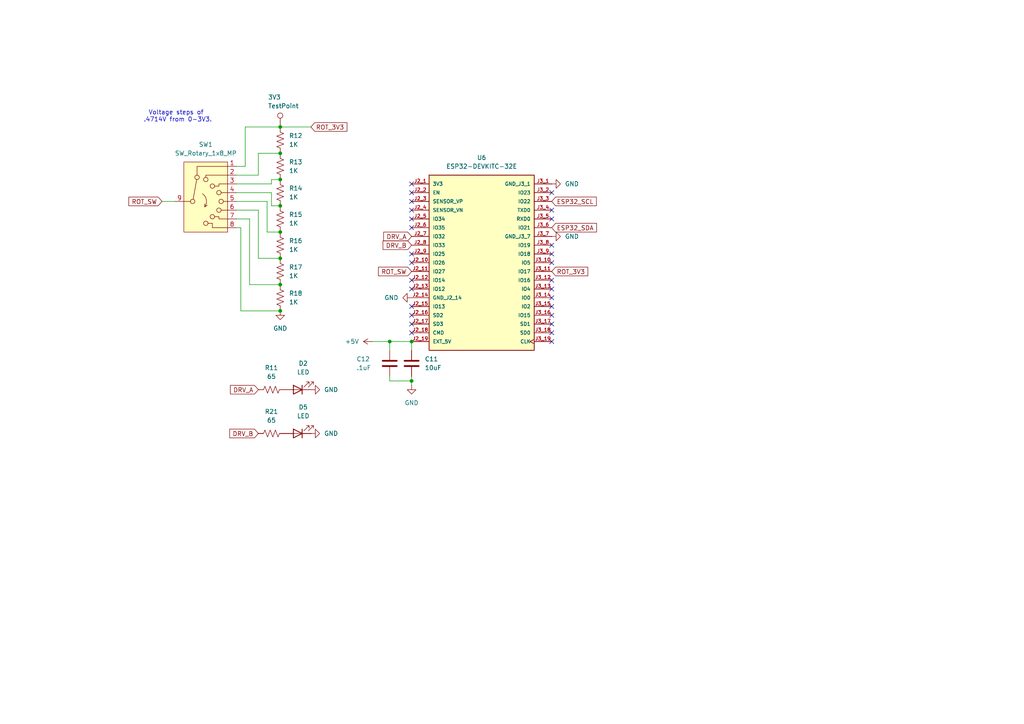
<source format=kicad_sch>
(kicad_sch
	(version 20231120)
	(generator "eeschema")
	(generator_version "8.0")
	(uuid "b819b25d-58c1-4ca7-8500-4a6e3c0b8491")
	(paper "A4")
	(lib_symbols
		(symbol "Connector:TestPoint"
			(pin_numbers hide)
			(pin_names
				(offset 0.762) hide)
			(exclude_from_sim no)
			(in_bom yes)
			(on_board yes)
			(property "Reference" "TP"
				(at 0 6.858 0)
				(effects
					(font
						(size 1.27 1.27)
					)
				)
			)
			(property "Value" "TestPoint"
				(at 0 5.08 0)
				(effects
					(font
						(size 1.27 1.27)
					)
				)
			)
			(property "Footprint" ""
				(at 5.08 0 0)
				(effects
					(font
						(size 1.27 1.27)
					)
					(hide yes)
				)
			)
			(property "Datasheet" "~"
				(at 5.08 0 0)
				(effects
					(font
						(size 1.27 1.27)
					)
					(hide yes)
				)
			)
			(property "Description" "test point"
				(at 0 0 0)
				(effects
					(font
						(size 1.27 1.27)
					)
					(hide yes)
				)
			)
			(property "ki_keywords" "test point tp"
				(at 0 0 0)
				(effects
					(font
						(size 1.27 1.27)
					)
					(hide yes)
				)
			)
			(property "ki_fp_filters" "Pin* Test*"
				(at 0 0 0)
				(effects
					(font
						(size 1.27 1.27)
					)
					(hide yes)
				)
			)
			(symbol "TestPoint_0_1"
				(circle
					(center 0 3.302)
					(radius 0.762)
					(stroke
						(width 0)
						(type default)
					)
					(fill
						(type none)
					)
				)
			)
			(symbol "TestPoint_1_1"
				(pin passive line
					(at 0 0 90)
					(length 2.54)
					(name "1"
						(effects
							(font
								(size 1.27 1.27)
							)
						)
					)
					(number "1"
						(effects
							(font
								(size 1.27 1.27)
							)
						)
					)
				)
			)
		)
		(symbol "Device:C"
			(pin_numbers hide)
			(pin_names
				(offset 0.254)
			)
			(exclude_from_sim no)
			(in_bom yes)
			(on_board yes)
			(property "Reference" "C"
				(at 0.635 2.54 0)
				(effects
					(font
						(size 1.27 1.27)
					)
					(justify left)
				)
			)
			(property "Value" "C"
				(at 0.635 -2.54 0)
				(effects
					(font
						(size 1.27 1.27)
					)
					(justify left)
				)
			)
			(property "Footprint" ""
				(at 0.9652 -3.81 0)
				(effects
					(font
						(size 1.27 1.27)
					)
					(hide yes)
				)
			)
			(property "Datasheet" "~"
				(at 0 0 0)
				(effects
					(font
						(size 1.27 1.27)
					)
					(hide yes)
				)
			)
			(property "Description" "Unpolarized capacitor"
				(at 0 0 0)
				(effects
					(font
						(size 1.27 1.27)
					)
					(hide yes)
				)
			)
			(property "ki_keywords" "cap capacitor"
				(at 0 0 0)
				(effects
					(font
						(size 1.27 1.27)
					)
					(hide yes)
				)
			)
			(property "ki_fp_filters" "C_*"
				(at 0 0 0)
				(effects
					(font
						(size 1.27 1.27)
					)
					(hide yes)
				)
			)
			(symbol "C_0_1"
				(polyline
					(pts
						(xy -2.032 -0.762) (xy 2.032 -0.762)
					)
					(stroke
						(width 0.508)
						(type default)
					)
					(fill
						(type none)
					)
				)
				(polyline
					(pts
						(xy -2.032 0.762) (xy 2.032 0.762)
					)
					(stroke
						(width 0.508)
						(type default)
					)
					(fill
						(type none)
					)
				)
			)
			(symbol "C_1_1"
				(pin passive line
					(at 0 3.81 270)
					(length 2.794)
					(name "~"
						(effects
							(font
								(size 1.27 1.27)
							)
						)
					)
					(number "1"
						(effects
							(font
								(size 1.27 1.27)
							)
						)
					)
				)
				(pin passive line
					(at 0 -3.81 90)
					(length 2.794)
					(name "~"
						(effects
							(font
								(size 1.27 1.27)
							)
						)
					)
					(number "2"
						(effects
							(font
								(size 1.27 1.27)
							)
						)
					)
				)
			)
		)
		(symbol "Device:LED"
			(pin_numbers hide)
			(pin_names
				(offset 1.016) hide)
			(exclude_from_sim no)
			(in_bom yes)
			(on_board yes)
			(property "Reference" "D"
				(at 0 2.54 0)
				(effects
					(font
						(size 1.27 1.27)
					)
				)
			)
			(property "Value" "LED"
				(at 0 -2.54 0)
				(effects
					(font
						(size 1.27 1.27)
					)
				)
			)
			(property "Footprint" ""
				(at 0 0 0)
				(effects
					(font
						(size 1.27 1.27)
					)
					(hide yes)
				)
			)
			(property "Datasheet" "~"
				(at 0 0 0)
				(effects
					(font
						(size 1.27 1.27)
					)
					(hide yes)
				)
			)
			(property "Description" "Light emitting diode"
				(at 0 0 0)
				(effects
					(font
						(size 1.27 1.27)
					)
					(hide yes)
				)
			)
			(property "ki_keywords" "LED diode"
				(at 0 0 0)
				(effects
					(font
						(size 1.27 1.27)
					)
					(hide yes)
				)
			)
			(property "ki_fp_filters" "LED* LED_SMD:* LED_THT:*"
				(at 0 0 0)
				(effects
					(font
						(size 1.27 1.27)
					)
					(hide yes)
				)
			)
			(symbol "LED_0_1"
				(polyline
					(pts
						(xy -1.27 -1.27) (xy -1.27 1.27)
					)
					(stroke
						(width 0.254)
						(type default)
					)
					(fill
						(type none)
					)
				)
				(polyline
					(pts
						(xy -1.27 0) (xy 1.27 0)
					)
					(stroke
						(width 0)
						(type default)
					)
					(fill
						(type none)
					)
				)
				(polyline
					(pts
						(xy 1.27 -1.27) (xy 1.27 1.27) (xy -1.27 0) (xy 1.27 -1.27)
					)
					(stroke
						(width 0.254)
						(type default)
					)
					(fill
						(type none)
					)
				)
				(polyline
					(pts
						(xy -3.048 -0.762) (xy -4.572 -2.286) (xy -3.81 -2.286) (xy -4.572 -2.286) (xy -4.572 -1.524)
					)
					(stroke
						(width 0)
						(type default)
					)
					(fill
						(type none)
					)
				)
				(polyline
					(pts
						(xy -1.778 -0.762) (xy -3.302 -2.286) (xy -2.54 -2.286) (xy -3.302 -2.286) (xy -3.302 -1.524)
					)
					(stroke
						(width 0)
						(type default)
					)
					(fill
						(type none)
					)
				)
			)
			(symbol "LED_1_1"
				(pin passive line
					(at -3.81 0 0)
					(length 2.54)
					(name "K"
						(effects
							(font
								(size 1.27 1.27)
							)
						)
					)
					(number "1"
						(effects
							(font
								(size 1.27 1.27)
							)
						)
					)
				)
				(pin passive line
					(at 3.81 0 180)
					(length 2.54)
					(name "A"
						(effects
							(font
								(size 1.27 1.27)
							)
						)
					)
					(number "2"
						(effects
							(font
								(size 1.27 1.27)
							)
						)
					)
				)
			)
		)
		(symbol "Device:R_US"
			(pin_numbers hide)
			(pin_names
				(offset 0)
			)
			(exclude_from_sim no)
			(in_bom yes)
			(on_board yes)
			(property "Reference" "R"
				(at 2.54 0 90)
				(effects
					(font
						(size 1.27 1.27)
					)
				)
			)
			(property "Value" "R_US"
				(at -2.54 0 90)
				(effects
					(font
						(size 1.27 1.27)
					)
				)
			)
			(property "Footprint" ""
				(at 1.016 -0.254 90)
				(effects
					(font
						(size 1.27 1.27)
					)
					(hide yes)
				)
			)
			(property "Datasheet" "~"
				(at 0 0 0)
				(effects
					(font
						(size 1.27 1.27)
					)
					(hide yes)
				)
			)
			(property "Description" "Resistor, US symbol"
				(at 0 0 0)
				(effects
					(font
						(size 1.27 1.27)
					)
					(hide yes)
				)
			)
			(property "ki_keywords" "R res resistor"
				(at 0 0 0)
				(effects
					(font
						(size 1.27 1.27)
					)
					(hide yes)
				)
			)
			(property "ki_fp_filters" "R_*"
				(at 0 0 0)
				(effects
					(font
						(size 1.27 1.27)
					)
					(hide yes)
				)
			)
			(symbol "R_US_0_1"
				(polyline
					(pts
						(xy 0 -2.286) (xy 0 -2.54)
					)
					(stroke
						(width 0)
						(type default)
					)
					(fill
						(type none)
					)
				)
				(polyline
					(pts
						(xy 0 2.286) (xy 0 2.54)
					)
					(stroke
						(width 0)
						(type default)
					)
					(fill
						(type none)
					)
				)
				(polyline
					(pts
						(xy 0 -0.762) (xy 1.016 -1.143) (xy 0 -1.524) (xy -1.016 -1.905) (xy 0 -2.286)
					)
					(stroke
						(width 0)
						(type default)
					)
					(fill
						(type none)
					)
				)
				(polyline
					(pts
						(xy 0 0.762) (xy 1.016 0.381) (xy 0 0) (xy -1.016 -0.381) (xy 0 -0.762)
					)
					(stroke
						(width 0)
						(type default)
					)
					(fill
						(type none)
					)
				)
				(polyline
					(pts
						(xy 0 2.286) (xy 1.016 1.905) (xy 0 1.524) (xy -1.016 1.143) (xy 0 0.762)
					)
					(stroke
						(width 0)
						(type default)
					)
					(fill
						(type none)
					)
				)
			)
			(symbol "R_US_1_1"
				(pin passive line
					(at 0 3.81 270)
					(length 1.27)
					(name "~"
						(effects
							(font
								(size 1.27 1.27)
							)
						)
					)
					(number "1"
						(effects
							(font
								(size 1.27 1.27)
							)
						)
					)
				)
				(pin passive line
					(at 0 -3.81 90)
					(length 1.27)
					(name "~"
						(effects
							(font
								(size 1.27 1.27)
							)
						)
					)
					(number "2"
						(effects
							(font
								(size 1.27 1.27)
							)
						)
					)
				)
			)
		)
		(symbol "ESP32-DEVKITC-32E:ESP32-DEVKITC-32E"
			(pin_names
				(offset 1.016)
			)
			(exclude_from_sim no)
			(in_bom yes)
			(on_board yes)
			(property "Reference" "U"
				(at -15.24 26.162 0)
				(effects
					(font
						(size 1.27 1.27)
					)
					(justify left bottom)
				)
			)
			(property "Value" "ESP32-DEVKITC-32E"
				(at -15.24 -27.94 0)
				(effects
					(font
						(size 1.27 1.27)
					)
					(justify left bottom)
				)
			)
			(property "Footprint" "ESP32-DEVKITC-32E:MODULE_ESP32-DEVKITC-32E"
				(at 0 0 0)
				(effects
					(font
						(size 1.27 1.27)
					)
					(justify bottom)
					(hide yes)
				)
			)
			(property "Datasheet" ""
				(at 0 0 0)
				(effects
					(font
						(size 1.27 1.27)
					)
					(hide yes)
				)
			)
			(property "Description" ""
				(at 0 0 0)
				(effects
					(font
						(size 1.27 1.27)
					)
					(hide yes)
				)
			)
			(property "PARTREV" "1.4"
				(at 0 0 0)
				(effects
					(font
						(size 1.27 1.27)
					)
					(justify bottom)
					(hide yes)
				)
			)
			(property "STANDARD" "Manufacturer Recommendations"
				(at 0 0 0)
				(effects
					(font
						(size 1.27 1.27)
					)
					(justify bottom)
					(hide yes)
				)
			)
			(property "MANUFACTURER" "Espressif Systems"
				(at 0 0 0)
				(effects
					(font
						(size 1.27 1.27)
					)
					(justify bottom)
					(hide yes)
				)
			)
			(symbol "ESP32-DEVKITC-32E_0_0"
				(rectangle
					(start -15.24 -25.4)
					(end 15.24 25.4)
					(stroke
						(width 0.254)
						(type default)
					)
					(fill
						(type background)
					)
				)
				(pin power_in line
					(at -20.32 22.86 0)
					(length 5.08)
					(name "3V3"
						(effects
							(font
								(size 1.016 1.016)
							)
						)
					)
					(number "J2_1"
						(effects
							(font
								(size 1.016 1.016)
							)
						)
					)
				)
				(pin bidirectional line
					(at -20.32 0 0)
					(length 5.08)
					(name "IO26"
						(effects
							(font
								(size 1.016 1.016)
							)
						)
					)
					(number "J2_10"
						(effects
							(font
								(size 1.016 1.016)
							)
						)
					)
				)
				(pin bidirectional line
					(at -20.32 -2.54 0)
					(length 5.08)
					(name "IO27"
						(effects
							(font
								(size 1.016 1.016)
							)
						)
					)
					(number "J2_11"
						(effects
							(font
								(size 1.016 1.016)
							)
						)
					)
				)
				(pin bidirectional line
					(at -20.32 -5.08 0)
					(length 5.08)
					(name "IO14"
						(effects
							(font
								(size 1.016 1.016)
							)
						)
					)
					(number "J2_12"
						(effects
							(font
								(size 1.016 1.016)
							)
						)
					)
				)
				(pin bidirectional line
					(at -20.32 -7.62 0)
					(length 5.08)
					(name "IO12"
						(effects
							(font
								(size 1.016 1.016)
							)
						)
					)
					(number "J2_13"
						(effects
							(font
								(size 1.016 1.016)
							)
						)
					)
				)
				(pin power_in line
					(at -20.32 -10.16 0)
					(length 5.08)
					(name "GND_J2_14"
						(effects
							(font
								(size 1.016 1.016)
							)
						)
					)
					(number "J2_14"
						(effects
							(font
								(size 1.016 1.016)
							)
						)
					)
				)
				(pin bidirectional line
					(at -20.32 -12.7 0)
					(length 5.08)
					(name "IO13"
						(effects
							(font
								(size 1.016 1.016)
							)
						)
					)
					(number "J2_15"
						(effects
							(font
								(size 1.016 1.016)
							)
						)
					)
				)
				(pin bidirectional line
					(at -20.32 -15.24 0)
					(length 5.08)
					(name "SD2"
						(effects
							(font
								(size 1.016 1.016)
							)
						)
					)
					(number "J2_16"
						(effects
							(font
								(size 1.016 1.016)
							)
						)
					)
				)
				(pin bidirectional line
					(at -20.32 -17.78 0)
					(length 5.08)
					(name "SD3"
						(effects
							(font
								(size 1.016 1.016)
							)
						)
					)
					(number "J2_17"
						(effects
							(font
								(size 1.016 1.016)
							)
						)
					)
				)
				(pin bidirectional line
					(at -20.32 -20.32 0)
					(length 5.08)
					(name "CMD"
						(effects
							(font
								(size 1.016 1.016)
							)
						)
					)
					(number "J2_18"
						(effects
							(font
								(size 1.016 1.016)
							)
						)
					)
				)
				(pin power_in line
					(at -20.32 -22.86 0)
					(length 5.08)
					(name "EXT_5V"
						(effects
							(font
								(size 1.016 1.016)
							)
						)
					)
					(number "J2_19"
						(effects
							(font
								(size 1.016 1.016)
							)
						)
					)
				)
				(pin input line
					(at -20.32 20.32 0)
					(length 5.08)
					(name "EN"
						(effects
							(font
								(size 1.016 1.016)
							)
						)
					)
					(number "J2_2"
						(effects
							(font
								(size 1.016 1.016)
							)
						)
					)
				)
				(pin bidirectional line
					(at -20.32 17.78 0)
					(length 5.08)
					(name "SENSOR_VP"
						(effects
							(font
								(size 1.016 1.016)
							)
						)
					)
					(number "J2_3"
						(effects
							(font
								(size 1.016 1.016)
							)
						)
					)
				)
				(pin bidirectional line
					(at -20.32 15.24 0)
					(length 5.08)
					(name "SENSOR_VN"
						(effects
							(font
								(size 1.016 1.016)
							)
						)
					)
					(number "J2_4"
						(effects
							(font
								(size 1.016 1.016)
							)
						)
					)
				)
				(pin bidirectional line
					(at -20.32 12.7 0)
					(length 5.08)
					(name "IO34"
						(effects
							(font
								(size 1.016 1.016)
							)
						)
					)
					(number "J2_5"
						(effects
							(font
								(size 1.016 1.016)
							)
						)
					)
				)
				(pin bidirectional line
					(at -20.32 10.16 0)
					(length 5.08)
					(name "IO35"
						(effects
							(font
								(size 1.016 1.016)
							)
						)
					)
					(number "J2_6"
						(effects
							(font
								(size 1.016 1.016)
							)
						)
					)
				)
				(pin bidirectional line
					(at -20.32 7.62 0)
					(length 5.08)
					(name "IO32"
						(effects
							(font
								(size 1.016 1.016)
							)
						)
					)
					(number "J2_7"
						(effects
							(font
								(size 1.016 1.016)
							)
						)
					)
				)
				(pin bidirectional line
					(at -20.32 5.08 0)
					(length 5.08)
					(name "IO33"
						(effects
							(font
								(size 1.016 1.016)
							)
						)
					)
					(number "J2_8"
						(effects
							(font
								(size 1.016 1.016)
							)
						)
					)
				)
				(pin bidirectional line
					(at -20.32 2.54 0)
					(length 5.08)
					(name "IO25"
						(effects
							(font
								(size 1.016 1.016)
							)
						)
					)
					(number "J2_9"
						(effects
							(font
								(size 1.016 1.016)
							)
						)
					)
				)
				(pin power_in line
					(at 20.32 22.86 180)
					(length 5.08)
					(name "GND_J3_1"
						(effects
							(font
								(size 1.016 1.016)
							)
						)
					)
					(number "J3_1"
						(effects
							(font
								(size 1.016 1.016)
							)
						)
					)
				)
				(pin bidirectional line
					(at 20.32 0 180)
					(length 5.08)
					(name "IO5"
						(effects
							(font
								(size 1.016 1.016)
							)
						)
					)
					(number "J3_10"
						(effects
							(font
								(size 1.016 1.016)
							)
						)
					)
				)
				(pin bidirectional line
					(at 20.32 -2.54 180)
					(length 5.08)
					(name "IO17"
						(effects
							(font
								(size 1.016 1.016)
							)
						)
					)
					(number "J3_11"
						(effects
							(font
								(size 1.016 1.016)
							)
						)
					)
				)
				(pin bidirectional line
					(at 20.32 -5.08 180)
					(length 5.08)
					(name "IO16"
						(effects
							(font
								(size 1.016 1.016)
							)
						)
					)
					(number "J3_12"
						(effects
							(font
								(size 1.016 1.016)
							)
						)
					)
				)
				(pin bidirectional line
					(at 20.32 -7.62 180)
					(length 5.08)
					(name "IO4"
						(effects
							(font
								(size 1.016 1.016)
							)
						)
					)
					(number "J3_13"
						(effects
							(font
								(size 1.016 1.016)
							)
						)
					)
				)
				(pin bidirectional line
					(at 20.32 -10.16 180)
					(length 5.08)
					(name "IO0"
						(effects
							(font
								(size 1.016 1.016)
							)
						)
					)
					(number "J3_14"
						(effects
							(font
								(size 1.016 1.016)
							)
						)
					)
				)
				(pin bidirectional line
					(at 20.32 -12.7 180)
					(length 5.08)
					(name "IO2"
						(effects
							(font
								(size 1.016 1.016)
							)
						)
					)
					(number "J3_15"
						(effects
							(font
								(size 1.016 1.016)
							)
						)
					)
				)
				(pin bidirectional line
					(at 20.32 -15.24 180)
					(length 5.08)
					(name "IO15"
						(effects
							(font
								(size 1.016 1.016)
							)
						)
					)
					(number "J3_16"
						(effects
							(font
								(size 1.016 1.016)
							)
						)
					)
				)
				(pin bidirectional line
					(at 20.32 -17.78 180)
					(length 5.08)
					(name "SD1"
						(effects
							(font
								(size 1.016 1.016)
							)
						)
					)
					(number "J3_17"
						(effects
							(font
								(size 1.016 1.016)
							)
						)
					)
				)
				(pin bidirectional line
					(at 20.32 -20.32 180)
					(length 5.08)
					(name "SD0"
						(effects
							(font
								(size 1.016 1.016)
							)
						)
					)
					(number "J3_18"
						(effects
							(font
								(size 1.016 1.016)
							)
						)
					)
				)
				(pin bidirectional clock
					(at 20.32 -22.86 180)
					(length 5.08)
					(name "CLK"
						(effects
							(font
								(size 1.016 1.016)
							)
						)
					)
					(number "J3_19"
						(effects
							(font
								(size 1.016 1.016)
							)
						)
					)
				)
				(pin bidirectional line
					(at 20.32 20.32 180)
					(length 5.08)
					(name "IO23"
						(effects
							(font
								(size 1.016 1.016)
							)
						)
					)
					(number "J3_2"
						(effects
							(font
								(size 1.016 1.016)
							)
						)
					)
				)
				(pin bidirectional line
					(at 20.32 17.78 180)
					(length 5.08)
					(name "IO22"
						(effects
							(font
								(size 1.016 1.016)
							)
						)
					)
					(number "J3_3"
						(effects
							(font
								(size 1.016 1.016)
							)
						)
					)
				)
				(pin bidirectional line
					(at 20.32 15.24 180)
					(length 5.08)
					(name "TXD0"
						(effects
							(font
								(size 1.016 1.016)
							)
						)
					)
					(number "J3_4"
						(effects
							(font
								(size 1.016 1.016)
							)
						)
					)
				)
				(pin bidirectional line
					(at 20.32 12.7 180)
					(length 5.08)
					(name "RXD0"
						(effects
							(font
								(size 1.016 1.016)
							)
						)
					)
					(number "J3_5"
						(effects
							(font
								(size 1.016 1.016)
							)
						)
					)
				)
				(pin bidirectional line
					(at 20.32 10.16 180)
					(length 5.08)
					(name "IO21"
						(effects
							(font
								(size 1.016 1.016)
							)
						)
					)
					(number "J3_6"
						(effects
							(font
								(size 1.016 1.016)
							)
						)
					)
				)
				(pin power_in line
					(at 20.32 7.62 180)
					(length 5.08)
					(name "GND_J3_7"
						(effects
							(font
								(size 1.016 1.016)
							)
						)
					)
					(number "J3_7"
						(effects
							(font
								(size 1.016 1.016)
							)
						)
					)
				)
				(pin bidirectional line
					(at 20.32 5.08 180)
					(length 5.08)
					(name "IO19"
						(effects
							(font
								(size 1.016 1.016)
							)
						)
					)
					(number "J3_8"
						(effects
							(font
								(size 1.016 1.016)
							)
						)
					)
				)
				(pin bidirectional line
					(at 20.32 2.54 180)
					(length 5.08)
					(name "IO18"
						(effects
							(font
								(size 1.016 1.016)
							)
						)
					)
					(number "J3_9"
						(effects
							(font
								(size 1.016 1.016)
							)
						)
					)
				)
			)
		)
		(symbol "Switch:SW_Rotary_1x8_MP"
			(pin_names hide)
			(exclude_from_sim no)
			(in_bom yes)
			(on_board yes)
			(property "Reference" "SW1"
				(at -1.27 16.51 0)
				(effects
					(font
						(size 1.27 1.27)
					)
				)
			)
			(property "Value" "SW_Rotary_1x8_MP"
				(at -1.27 13.97 0)
				(effects
					(font
						(size 1.27 1.27)
					)
				)
			)
			(property "Footprint" "ROT_SW2925:2925_ADA"
				(at -1.27 0 0)
				(effects
					(font
						(size 1.27 1.27)
					)
					(hide yes)
				)
			)
			(property "Datasheet" "~"
				(at -1.27 0 0)
				(effects
					(font
						(size 1.27 1.27)
					)
					(hide yes)
				)
			)
			(property "Description" "Rotary switch 1x8, SP8T with mount point"
				(at 0 0 0)
				(effects
					(font
						(size 1.27 1.27)
					)
					(hide yes)
				)
			)
			(property "ki_keywords" "Rotary switch 1x8 SP8T"
				(at 0 0 0)
				(effects
					(font
						(size 1.27 1.27)
					)
					(hide yes)
				)
			)
			(symbol "SW_Rotary_1x8_MP_0_1"
				(circle
					(center -5.08 0)
					(radius 0.635)
					(stroke
						(width 0)
						(type default)
					)
					(fill
						(type none)
					)
				)
				(circle
					(center -3.81 6.985)
					(radius 0.635)
					(stroke
						(width 0)
						(type default)
					)
					(fill
						(type none)
					)
				)
				(arc
					(start -1.5876 -1.5875)
					(mid -1.116 0.449)
					(end -2.2226 2.2225)
					(stroke
						(width 0)
						(type default)
					)
					(fill
						(type none)
					)
				)
				(circle
					(center -1.27 -6.35)
					(radius 0.635)
					(stroke
						(width 0)
						(type default)
					)
					(fill
						(type none)
					)
				)
				(circle
					(center -1.27 6.35)
					(radius 0.635)
					(stroke
						(width 0)
						(type default)
					)
					(fill
						(type none)
					)
				)
				(polyline
					(pts
						(xy -7.62 0) (xy -5.715 0)
					)
					(stroke
						(width 0)
						(type default)
					)
					(fill
						(type none)
					)
				)
				(polyline
					(pts
						(xy -4.9276 0.6604) (xy -3.9116 6.35)
					)
					(stroke
						(width 0)
						(type default)
					)
					(fill
						(type none)
					)
				)
				(polyline
					(pts
						(xy -1.5876 -1.5875) (xy -1.5876 -1.5875)
					)
					(stroke
						(width 0)
						(type default)
					)
					(fill
						(type none)
					)
				)
				(polyline
					(pts
						(xy -1.5876 -1.5875) (xy -1.5876 -0.6985)
					)
					(stroke
						(width 0)
						(type default)
					)
					(fill
						(type none)
					)
				)
				(polyline
					(pts
						(xy -1.5876 -1.5875) (xy -0.8256 -1.0795)
					)
					(stroke
						(width 0)
						(type default)
					)
					(fill
						(type none)
					)
				)
				(polyline
					(pts
						(xy 5.08 -2.54) (xy 3.175 -2.54)
					)
					(stroke
						(width 0)
						(type default)
					)
					(fill
						(type none)
					)
				)
				(polyline
					(pts
						(xy 5.08 0) (xy 3.81 0)
					)
					(stroke
						(width 0)
						(type default)
					)
					(fill
						(type none)
					)
				)
				(polyline
					(pts
						(xy 5.08 2.54) (xy 3.175 2.54)
					)
					(stroke
						(width 0)
						(type default)
					)
					(fill
						(type none)
					)
				)
				(polyline
					(pts
						(xy 5.08 -7.62) (xy 0.635 -7.62) (xy 0.635 -6.35) (xy -0.635 -6.35)
					)
					(stroke
						(width 0)
						(type default)
					)
					(fill
						(type none)
					)
				)
				(polyline
					(pts
						(xy 5.08 -5.08) (xy 2.54 -5.08) (xy 2.54 -4.445) (xy 1.27 -4.445)
					)
					(stroke
						(width 0)
						(type default)
					)
					(fill
						(type none)
					)
				)
				(polyline
					(pts
						(xy 5.08 5.08) (xy 2.54 5.08) (xy 2.54 4.445) (xy 1.27 4.445)
					)
					(stroke
						(width 0)
						(type default)
					)
					(fill
						(type none)
					)
				)
				(polyline
					(pts
						(xy 5.08 7.62) (xy -1.27 7.62) (xy -1.27 7.62) (xy -1.27 6.985)
					)
					(stroke
						(width 0)
						(type default)
					)
					(fill
						(type none)
					)
				)
				(circle
					(center 0.635 -4.445)
					(radius 0.635)
					(stroke
						(width 0)
						(type default)
					)
					(fill
						(type none)
					)
				)
				(circle
					(center 0.635 4.445)
					(radius 0.635)
					(stroke
						(width 0)
						(type default)
					)
					(fill
						(type none)
					)
				)
				(circle
					(center 2.54 -2.54)
					(radius 0.635)
					(stroke
						(width 0)
						(type default)
					)
					(fill
						(type none)
					)
				)
				(circle
					(center 2.54 2.54)
					(radius 0.635)
					(stroke
						(width 0)
						(type default)
					)
					(fill
						(type none)
					)
				)
				(circle
					(center 3.175 0)
					(radius 0.635)
					(stroke
						(width 0)
						(type default)
					)
					(fill
						(type none)
					)
				)
			)
			(symbol "SW_Rotary_1x8_MP_1_1"
				(polyline
					(pts
						(xy 5.08 10.16) (xy -3.81 10.16) (xy -3.81 7.62)
					)
					(stroke
						(width 0)
						(type default)
					)
					(fill
						(type none)
					)
				)
				(polyline
					(pts
						(xy -7.62 11.43) (xy 5.08 11.43) (xy 5.08 -8.89) (xy -7.62 -8.89) (xy -7.62 11.43) (xy -7.62 11.43)
					)
					(stroke
						(width 0)
						(type default)
					)
					(fill
						(type background)
					)
				)
				(pin passive line
					(at 7.62 10.16 180)
					(length 2.54)
					(name ""
						(effects
							(font
								(size 1.27 1.27)
							)
						)
					)
					(number "1"
						(effects
							(font
								(size 1.27 1.27)
							)
						)
					)
				)
				(pin passive line
					(at 7.62 7.62 180)
					(length 2.54)
					(name ""
						(effects
							(font
								(size 1.27 1.27)
							)
						)
					)
					(number "2"
						(effects
							(font
								(size 1.27 1.27)
							)
						)
					)
				)
				(pin passive line
					(at 7.62 5.08 180)
					(length 2.54)
					(name ""
						(effects
							(font
								(size 1.27 1.27)
							)
						)
					)
					(number "3"
						(effects
							(font
								(size 1.27 1.27)
							)
						)
					)
				)
				(pin passive line
					(at 7.62 2.54 180)
					(length 2.54)
					(name ""
						(effects
							(font
								(size 1.27 1.27)
							)
						)
					)
					(number "4"
						(effects
							(font
								(size 1.27 1.27)
							)
						)
					)
				)
				(pin passive line
					(at 7.62 0 180)
					(length 2.54)
					(name ""
						(effects
							(font
								(size 1.27 1.27)
							)
						)
					)
					(number "5"
						(effects
							(font
								(size 1.27 1.27)
							)
						)
					)
				)
				(pin passive line
					(at 7.62 -2.54 180)
					(length 2.54)
					(name ""
						(effects
							(font
								(size 1.27 1.27)
							)
						)
					)
					(number "6"
						(effects
							(font
								(size 1.27 1.27)
							)
						)
					)
				)
				(pin passive line
					(at 7.62 -5.08 180)
					(length 2.54)
					(name ""
						(effects
							(font
								(size 1.27 1.27)
							)
						)
					)
					(number "7"
						(effects
							(font
								(size 1.27 1.27)
							)
						)
					)
				)
				(pin passive line
					(at 7.62 -7.62 180)
					(length 2.54)
					(name ""
						(effects
							(font
								(size 1.27 1.27)
							)
						)
					)
					(number "8"
						(effects
							(font
								(size 1.27 1.27)
							)
						)
					)
				)
				(pin passive line
					(at -10.16 0 0)
					(length 2.54)
					(name ""
						(effects
							(font
								(size 1.27 1.27)
							)
						)
					)
					(number "9"
						(effects
							(font
								(size 1.27 1.27)
							)
						)
					)
				)
			)
		)
		(symbol "power:+5V"
			(power)
			(pin_numbers hide)
			(pin_names
				(offset 0) hide)
			(exclude_from_sim no)
			(in_bom yes)
			(on_board yes)
			(property "Reference" "#PWR"
				(at 0 -3.81 0)
				(effects
					(font
						(size 1.27 1.27)
					)
					(hide yes)
				)
			)
			(property "Value" "+5V"
				(at 0 3.556 0)
				(effects
					(font
						(size 1.27 1.27)
					)
				)
			)
			(property "Footprint" ""
				(at 0 0 0)
				(effects
					(font
						(size 1.27 1.27)
					)
					(hide yes)
				)
			)
			(property "Datasheet" ""
				(at 0 0 0)
				(effects
					(font
						(size 1.27 1.27)
					)
					(hide yes)
				)
			)
			(property "Description" "Power symbol creates a global label with name \"+5V\""
				(at 0 0 0)
				(effects
					(font
						(size 1.27 1.27)
					)
					(hide yes)
				)
			)
			(property "ki_keywords" "global power"
				(at 0 0 0)
				(effects
					(font
						(size 1.27 1.27)
					)
					(hide yes)
				)
			)
			(symbol "+5V_0_1"
				(polyline
					(pts
						(xy -0.762 1.27) (xy 0 2.54)
					)
					(stroke
						(width 0)
						(type default)
					)
					(fill
						(type none)
					)
				)
				(polyline
					(pts
						(xy 0 0) (xy 0 2.54)
					)
					(stroke
						(width 0)
						(type default)
					)
					(fill
						(type none)
					)
				)
				(polyline
					(pts
						(xy 0 2.54) (xy 0.762 1.27)
					)
					(stroke
						(width 0)
						(type default)
					)
					(fill
						(type none)
					)
				)
			)
			(symbol "+5V_1_1"
				(pin power_in line
					(at 0 0 90)
					(length 0)
					(name "~"
						(effects
							(font
								(size 1.27 1.27)
							)
						)
					)
					(number "1"
						(effects
							(font
								(size 1.27 1.27)
							)
						)
					)
				)
			)
		)
		(symbol "power:GND"
			(power)
			(pin_numbers hide)
			(pin_names
				(offset 0) hide)
			(exclude_from_sim no)
			(in_bom yes)
			(on_board yes)
			(property "Reference" "#PWR"
				(at 0 -6.35 0)
				(effects
					(font
						(size 1.27 1.27)
					)
					(hide yes)
				)
			)
			(property "Value" "GND"
				(at 0 -3.81 0)
				(effects
					(font
						(size 1.27 1.27)
					)
				)
			)
			(property "Footprint" ""
				(at 0 0 0)
				(effects
					(font
						(size 1.27 1.27)
					)
					(hide yes)
				)
			)
			(property "Datasheet" ""
				(at 0 0 0)
				(effects
					(font
						(size 1.27 1.27)
					)
					(hide yes)
				)
			)
			(property "Description" "Power symbol creates a global label with name \"GND\" , ground"
				(at 0 0 0)
				(effects
					(font
						(size 1.27 1.27)
					)
					(hide yes)
				)
			)
			(property "ki_keywords" "global power"
				(at 0 0 0)
				(effects
					(font
						(size 1.27 1.27)
					)
					(hide yes)
				)
			)
			(symbol "GND_0_1"
				(polyline
					(pts
						(xy 0 0) (xy 0 -1.27) (xy 1.27 -1.27) (xy 0 -2.54) (xy -1.27 -1.27) (xy 0 -1.27)
					)
					(stroke
						(width 0)
						(type default)
					)
					(fill
						(type none)
					)
				)
			)
			(symbol "GND_1_1"
				(pin power_in line
					(at 0 0 270)
					(length 0)
					(name "~"
						(effects
							(font
								(size 1.27 1.27)
							)
						)
					)
					(number "1"
						(effects
							(font
								(size 1.27 1.27)
							)
						)
					)
				)
			)
		)
	)
	(junction
		(at 119.38 99.06)
		(diameter 0)
		(color 0 0 0 0)
		(uuid "115c3ef2-f1fc-44e8-85b3-8f619aa51149")
	)
	(junction
		(at 113.03 99.06)
		(diameter 0)
		(color 0 0 0 0)
		(uuid "1629b692-b404-4486-96b7-3a12b34bf1ca")
	)
	(junction
		(at 81.28 52.07)
		(diameter 0)
		(color 0 0 0 0)
		(uuid "2b49fee5-a7c3-4723-81c7-1a45f3b0b81d")
	)
	(junction
		(at 81.28 36.83)
		(diameter 0)
		(color 0 0 0 0)
		(uuid "3e5e507f-ef22-44ec-b7fd-65a95b844af5")
	)
	(junction
		(at 81.28 59.69)
		(diameter 0)
		(color 0 0 0 0)
		(uuid "6d1a21ca-bf1e-4b7f-8a7c-bc6873c4cf8d")
	)
	(junction
		(at 81.28 44.45)
		(diameter 0)
		(color 0 0 0 0)
		(uuid "81efd7df-72ad-4359-8046-82b0c8b724fb")
	)
	(junction
		(at 81.28 90.17)
		(diameter 0)
		(color 0 0 0 0)
		(uuid "846b0689-357a-4e19-b6d9-73c279d74802")
	)
	(junction
		(at 119.38 110.49)
		(diameter 0)
		(color 0 0 0 0)
		(uuid "a0756225-2732-4889-b5ad-f6dce533b200")
	)
	(junction
		(at 81.28 74.93)
		(diameter 0)
		(color 0 0 0 0)
		(uuid "c65fd3ac-26c1-478b-8318-4a44e13d10cf")
	)
	(junction
		(at 81.28 67.31)
		(diameter 0)
		(color 0 0 0 0)
		(uuid "cfa77384-067f-4bf7-9928-ba947a0cc015")
	)
	(junction
		(at 81.28 82.55)
		(diameter 0)
		(color 0 0 0 0)
		(uuid "e7171615-e15b-4579-b9a9-53a0dad02286")
	)
	(no_connect
		(at 119.38 58.42)
		(uuid "0e71137d-bebd-4dd6-a247-56eb41d9aba8")
	)
	(no_connect
		(at 160.02 60.96)
		(uuid "15868db2-de3b-4b83-98c3-20af9b275ab4")
	)
	(no_connect
		(at 119.38 88.9)
		(uuid "18daad5c-01c0-4e73-8357-e0e165962f70")
	)
	(no_connect
		(at 160.02 93.98)
		(uuid "19c63efc-091f-490f-bec6-39e5c864f33f")
	)
	(no_connect
		(at 160.02 73.66)
		(uuid "1a11a088-3c4e-416f-8ac4-4fd2fa561a74")
	)
	(no_connect
		(at 119.38 73.66)
		(uuid "1bf64eda-8fa1-42ab-8ab4-a877ce8b6fcd")
	)
	(no_connect
		(at 119.38 93.98)
		(uuid "52894187-5741-4ab2-80a1-444cea934fd1")
	)
	(no_connect
		(at 160.02 91.44)
		(uuid "5473d474-ff40-4c89-ba39-4d7fb3291a52")
	)
	(no_connect
		(at 160.02 71.12)
		(uuid "65483925-4ece-41bb-9d8d-4bf6d326c16e")
	)
	(no_connect
		(at 119.38 55.88)
		(uuid "7096bc53-a26f-4a1f-ae01-b63e99cc9c8a")
	)
	(no_connect
		(at 119.38 83.82)
		(uuid "74cab2cf-225b-4c96-a57e-9a9a17389f85")
	)
	(no_connect
		(at 119.38 66.04)
		(uuid "76ac66e1-1f71-40f1-ad5a-23957e1d4d94")
	)
	(no_connect
		(at 119.38 91.44)
		(uuid "7dfa2dc1-a7aa-488f-968e-d6bdbc26f7fa")
	)
	(no_connect
		(at 119.38 63.5)
		(uuid "8ed2fa2c-ce82-456e-b479-e49e72832d04")
	)
	(no_connect
		(at 160.02 88.9)
		(uuid "99ea9835-e75c-4009-bc0e-c0d6a21a8257")
	)
	(no_connect
		(at 160.02 99.06)
		(uuid "9a5482e0-686e-45ae-a84a-98293f6a2d47")
	)
	(no_connect
		(at 160.02 86.36)
		(uuid "a24b5b1a-bfe3-4f70-b9df-17a1a69c757c")
	)
	(no_connect
		(at 119.38 81.28)
		(uuid "af5a071c-a287-4f5c-8d24-bd800b13f7ac")
	)
	(no_connect
		(at 160.02 83.82)
		(uuid "b94ef0bb-2389-4a25-bc3b-34000d75b458")
	)
	(no_connect
		(at 160.02 55.88)
		(uuid "df88d4fc-696d-4745-bb17-78a093a9ad33")
	)
	(no_connect
		(at 160.02 96.52)
		(uuid "e019c5a3-f777-4e4f-97bd-104d19ec0d0f")
	)
	(no_connect
		(at 119.38 60.96)
		(uuid "e698dc97-629d-498e-8920-5fed60555cc5")
	)
	(no_connect
		(at 119.38 53.34)
		(uuid "e98992c4-cf0b-462c-922b-11cbfec41581")
	)
	(no_connect
		(at 119.38 76.2)
		(uuid "eb3fb60f-7631-4caa-a73a-6969335d0649")
	)
	(no_connect
		(at 119.38 96.52)
		(uuid "ec5f6726-5c02-42f7-945d-b9c5e2a4f3ea")
	)
	(no_connect
		(at 160.02 76.2)
		(uuid "f8af1e0b-233d-44d7-bb33-ecbf8a639fb2")
	)
	(no_connect
		(at 160.02 81.28)
		(uuid "fadf29dd-cf14-4ef0-b7af-42b36dbe21af")
	)
	(no_connect
		(at 160.02 63.5)
		(uuid "fced4b49-601f-4238-a9df-22d60d62b211")
	)
	(wire
		(pts
			(xy 81.28 36.83) (xy 90.17 36.83)
		)
		(stroke
			(width 0)
			(type default)
		)
		(uuid "047d66e0-02ab-46d1-afc7-900b9f2a8097")
	)
	(wire
		(pts
			(xy 113.03 110.49) (xy 119.38 110.49)
		)
		(stroke
			(width 0)
			(type default)
		)
		(uuid "049ff769-3009-4730-8b6b-3e1cfd5ea329")
	)
	(wire
		(pts
			(xy 77.47 58.42) (xy 77.47 67.31)
		)
		(stroke
			(width 0)
			(type default)
		)
		(uuid "07522d2d-d91d-46ac-99bd-509d0b3da720")
	)
	(wire
		(pts
			(xy 68.58 55.88) (xy 78.74 55.88)
		)
		(stroke
			(width 0)
			(type default)
		)
		(uuid "0ac5ce75-e96b-41b5-841c-058cde46f86a")
	)
	(wire
		(pts
			(xy 68.58 50.8) (xy 74.93 50.8)
		)
		(stroke
			(width 0)
			(type default)
		)
		(uuid "0f484f8b-0448-4e20-aa43-9faf44ed6313")
	)
	(wire
		(pts
			(xy 113.03 109.22) (xy 113.03 110.49)
		)
		(stroke
			(width 0)
			(type default)
		)
		(uuid "2a1104b0-9a19-4a26-b262-9477d7c0d600")
	)
	(wire
		(pts
			(xy 74.93 44.45) (xy 81.28 44.45)
		)
		(stroke
			(width 0)
			(type default)
		)
		(uuid "2c40498d-2d4a-47fe-9507-8114af5683a5")
	)
	(wire
		(pts
			(xy 68.58 58.42) (xy 77.47 58.42)
		)
		(stroke
			(width 0)
			(type default)
		)
		(uuid "2e5235af-eeb6-4f4f-ba21-0b2794610989")
	)
	(wire
		(pts
			(xy 74.93 60.96) (xy 74.93 74.93)
		)
		(stroke
			(width 0)
			(type default)
		)
		(uuid "3321cbd7-5f83-4516-aedd-817af0e7ed6f")
	)
	(wire
		(pts
			(xy 74.93 50.8) (xy 74.93 44.45)
		)
		(stroke
			(width 0)
			(type default)
		)
		(uuid "364ebc44-802c-4fa1-abc3-69f1ce0bd405")
	)
	(wire
		(pts
			(xy 119.38 110.49) (xy 119.38 111.76)
		)
		(stroke
			(width 0)
			(type default)
		)
		(uuid "3d1f1a15-1890-4619-aea2-5c743565f482")
	)
	(wire
		(pts
			(xy 71.12 36.83) (xy 81.28 36.83)
		)
		(stroke
			(width 0)
			(type default)
		)
		(uuid "41ab0456-ec4c-4a69-b366-dc52e4be32db")
	)
	(wire
		(pts
			(xy 107.95 99.06) (xy 113.03 99.06)
		)
		(stroke
			(width 0)
			(type default)
		)
		(uuid "425a3364-6a84-44cd-bfc9-679f3cd6dfc2")
	)
	(wire
		(pts
			(xy 78.74 55.88) (xy 78.74 59.69)
		)
		(stroke
			(width 0)
			(type default)
		)
		(uuid "5cb6fb21-4394-4df1-9bf8-6877a690b197")
	)
	(wire
		(pts
			(xy 68.58 60.96) (xy 74.93 60.96)
		)
		(stroke
			(width 0)
			(type default)
		)
		(uuid "5e5c9426-188b-48f8-8d6b-195c78c9e49d")
	)
	(wire
		(pts
			(xy 69.85 90.17) (xy 81.28 90.17)
		)
		(stroke
			(width 0)
			(type default)
		)
		(uuid "5f1f9e58-3a0d-45fb-9bff-0129ab546de4")
	)
	(wire
		(pts
			(xy 69.85 90.17) (xy 69.85 66.04)
		)
		(stroke
			(width 0)
			(type default)
		)
		(uuid "5f2478b1-651d-4465-8775-3a7112a4bcf4")
	)
	(wire
		(pts
			(xy 113.03 99.06) (xy 113.03 101.6)
		)
		(stroke
			(width 0)
			(type default)
		)
		(uuid "679fca6c-1ff9-4ef8-a1de-3a68cbbcc390")
	)
	(wire
		(pts
			(xy 69.85 66.04) (xy 68.58 66.04)
		)
		(stroke
			(width 0)
			(type default)
		)
		(uuid "737c06ff-e86b-479e-93aa-d0dbb81d8caf")
	)
	(wire
		(pts
			(xy 78.74 59.69) (xy 81.28 59.69)
		)
		(stroke
			(width 0)
			(type default)
		)
		(uuid "85cd4196-11c0-4397-9c66-2064d788bbc6")
	)
	(wire
		(pts
			(xy 74.93 74.93) (xy 81.28 74.93)
		)
		(stroke
			(width 0)
			(type default)
		)
		(uuid "883eaeec-ec7a-47fc-997c-09e14086f19b")
	)
	(wire
		(pts
			(xy 71.12 48.26) (xy 68.58 48.26)
		)
		(stroke
			(width 0)
			(type default)
		)
		(uuid "94c812a1-d2c7-4e25-b7d1-44a05f35f7c1")
	)
	(wire
		(pts
			(xy 72.39 63.5) (xy 72.39 82.55)
		)
		(stroke
			(width 0)
			(type default)
		)
		(uuid "9738597c-92ed-49a3-865d-cf5e4398f58e")
	)
	(wire
		(pts
			(xy 46.99 58.42) (xy 50.8 58.42)
		)
		(stroke
			(width 0)
			(type default)
		)
		(uuid "acf2e22f-7271-4d41-a9a5-fa4b1b67482d")
	)
	(wire
		(pts
			(xy 77.47 67.31) (xy 81.28 67.31)
		)
		(stroke
			(width 0)
			(type default)
		)
		(uuid "b8a8f124-9890-4d2c-b918-40ed5ded6179")
	)
	(wire
		(pts
			(xy 119.38 109.22) (xy 119.38 110.49)
		)
		(stroke
			(width 0)
			(type default)
		)
		(uuid "b941aed2-aa64-4620-80fa-b1d038232c9c")
	)
	(wire
		(pts
			(xy 71.12 36.83) (xy 71.12 48.26)
		)
		(stroke
			(width 0)
			(type default)
		)
		(uuid "c3fab1af-c23d-4ca6-80f7-84e516666888")
	)
	(wire
		(pts
			(xy 113.03 99.06) (xy 119.38 99.06)
		)
		(stroke
			(width 0)
			(type default)
		)
		(uuid "c8f5fa9c-554f-4af0-96b3-5d3ae4fc2f14")
	)
	(wire
		(pts
			(xy 68.58 63.5) (xy 72.39 63.5)
		)
		(stroke
			(width 0)
			(type default)
		)
		(uuid "ca018bdb-8de0-4181-a57a-94edc56f3fe2")
	)
	(wire
		(pts
			(xy 72.39 82.55) (xy 81.28 82.55)
		)
		(stroke
			(width 0)
			(type default)
		)
		(uuid "cdba5138-b7c2-4a4a-b8f8-990da8f7f466")
	)
	(wire
		(pts
			(xy 78.74 53.34) (xy 78.74 52.07)
		)
		(stroke
			(width 0)
			(type default)
		)
		(uuid "d47f3cbe-c0bc-4723-9620-98bd3ac7a2e2")
	)
	(wire
		(pts
			(xy 78.74 52.07) (xy 81.28 52.07)
		)
		(stroke
			(width 0)
			(type default)
		)
		(uuid "deafbb7c-de02-4a79-8b46-9c4fbc7d9288")
	)
	(wire
		(pts
			(xy 68.58 53.34) (xy 78.74 53.34)
		)
		(stroke
			(width 0)
			(type default)
		)
		(uuid "f3475191-4e59-409e-bc3f-15d8c7d1b9a2")
	)
	(wire
		(pts
			(xy 119.38 99.06) (xy 119.38 101.6)
		)
		(stroke
			(width 0)
			(type default)
		)
		(uuid "fdba14a2-2422-4ab6-a3af-8d596d9299cf")
	)
	(text "Voltage steps of \n.4714V from 0-3V3."
		(exclude_from_sim no)
		(at 51.562 33.782 0)
		(effects
			(font
				(size 1.27 1.27)
			)
		)
		(uuid "ad76972e-3e2d-47f4-948c-5163d8056e87")
	)
	(global_label "DRV_A"
		(shape input)
		(at 119.38 68.58 180)
		(fields_autoplaced yes)
		(effects
			(font
				(size 1.27 1.27)
			)
			(justify right)
		)
		(uuid "075ec77b-91d2-4285-bad0-da8ed48c1fd5")
		(property "Intersheetrefs" "${INTERSHEET_REFS}"
			(at 110.71 68.58 0)
			(effects
				(font
					(size 1.27 1.27)
				)
				(justify right)
				(hide yes)
			)
		)
	)
	(global_label "ROT_3V3"
		(shape input)
		(at 90.17 36.83 0)
		(fields_autoplaced yes)
		(effects
			(font
				(size 1.27 1.27)
			)
			(justify left)
		)
		(uuid "0a8b26be-ae7f-483b-8de8-f943395e3c99")
		(property "Intersheetrefs" "${INTERSHEET_REFS}"
			(at 101.1985 36.83 0)
			(effects
				(font
					(size 1.27 1.27)
				)
				(justify left)
				(hide yes)
			)
		)
	)
	(global_label "ESP32_SDA"
		(shape input)
		(at 160.02 66.04 0)
		(fields_autoplaced yes)
		(effects
			(font
				(size 1.27 1.27)
			)
			(justify left)
		)
		(uuid "4eba6910-6da0-4a8b-8365-cace37af88cb")
		(property "Intersheetrefs" "${INTERSHEET_REFS}"
			(at 173.5884 66.04 0)
			(effects
				(font
					(size 1.27 1.27)
				)
				(justify left)
				(hide yes)
			)
		)
	)
	(global_label "DRV_B"
		(shape input)
		(at 74.93 125.73 180)
		(fields_autoplaced yes)
		(effects
			(font
				(size 1.27 1.27)
			)
			(justify right)
		)
		(uuid "88418538-1c6c-4c2a-97b7-642befab1e9b")
		(property "Intersheetrefs" "${INTERSHEET_REFS}"
			(at 66.0786 125.73 0)
			(effects
				(font
					(size 1.27 1.27)
				)
				(justify right)
				(hide yes)
			)
		)
	)
	(global_label "ROT_SW"
		(shape input)
		(at 119.38 78.74 180)
		(fields_autoplaced yes)
		(effects
			(font
				(size 1.27 1.27)
			)
			(justify right)
		)
		(uuid "90968165-e861-409a-98de-3921b6716ad4")
		(property "Intersheetrefs" "${INTERSHEET_REFS}"
			(at 109.1982 78.74 0)
			(effects
				(font
					(size 1.27 1.27)
				)
				(justify right)
				(hide yes)
			)
		)
	)
	(global_label "ROT_3V3"
		(shape input)
		(at 160.02 78.74 0)
		(fields_autoplaced yes)
		(effects
			(font
				(size 1.27 1.27)
			)
			(justify left)
		)
		(uuid "a5bb94b8-cb6c-4cf4-8d1d-4a2b6b6128ac")
		(property "Intersheetrefs" "${INTERSHEET_REFS}"
			(at 171.0485 78.74 0)
			(effects
				(font
					(size 1.27 1.27)
				)
				(justify left)
				(hide yes)
			)
		)
	)
	(global_label "DRV_A"
		(shape input)
		(at 74.93 113.03 180)
		(fields_autoplaced yes)
		(effects
			(font
				(size 1.27 1.27)
			)
			(justify right)
		)
		(uuid "a649c045-c886-4f1b-99ca-2aaa83fd50ba")
		(property "Intersheetrefs" "${INTERSHEET_REFS}"
			(at 66.26 113.03 0)
			(effects
				(font
					(size 1.27 1.27)
				)
				(justify right)
				(hide yes)
			)
		)
	)
	(global_label "DRV_B"
		(shape input)
		(at 119.38 71.12 180)
		(fields_autoplaced yes)
		(effects
			(font
				(size 1.27 1.27)
			)
			(justify right)
		)
		(uuid "bcdaacb4-15c5-4869-85d5-083a4db3b994")
		(property "Intersheetrefs" "${INTERSHEET_REFS}"
			(at 110.5286 71.12 0)
			(effects
				(font
					(size 1.27 1.27)
				)
				(justify right)
				(hide yes)
			)
		)
	)
	(global_label "ROT_SW"
		(shape input)
		(at 46.99 58.42 180)
		(fields_autoplaced yes)
		(effects
			(font
				(size 1.27 1.27)
			)
			(justify right)
		)
		(uuid "e326a4cf-356b-447f-bde9-d1ab1ce770bc")
		(property "Intersheetrefs" "${INTERSHEET_REFS}"
			(at 36.8082 58.42 0)
			(effects
				(font
					(size 1.27 1.27)
				)
				(justify right)
				(hide yes)
			)
		)
	)
	(global_label "ESP32_SCL"
		(shape input)
		(at 160.02 58.42 0)
		(fields_autoplaced yes)
		(effects
			(font
				(size 1.27 1.27)
			)
			(justify left)
		)
		(uuid "e4953cbf-471e-43e3-8bd2-5a2887e69f09")
		(property "Intersheetrefs" "${INTERSHEET_REFS}"
			(at 173.5279 58.42 0)
			(effects
				(font
					(size 1.27 1.27)
				)
				(justify left)
				(hide yes)
			)
		)
	)
	(symbol
		(lib_id "power:GND")
		(at 160.02 53.34 90)
		(unit 1)
		(exclude_from_sim no)
		(in_bom yes)
		(on_board yes)
		(dnp no)
		(fields_autoplaced yes)
		(uuid "0649ec70-0770-4ab5-8b3d-294c5deeea8d")
		(property "Reference" "#PWR030"
			(at 166.37 53.34 0)
			(effects
				(font
					(size 1.27 1.27)
				)
				(hide yes)
			)
		)
		(property "Value" "GND"
			(at 163.83 53.3399 90)
			(effects
				(font
					(size 1.27 1.27)
				)
				(justify right)
			)
		)
		(property "Footprint" ""
			(at 160.02 53.34 0)
			(effects
				(font
					(size 1.27 1.27)
				)
				(hide yes)
			)
		)
		(property "Datasheet" ""
			(at 160.02 53.34 0)
			(effects
				(font
					(size 1.27 1.27)
				)
				(hide yes)
			)
		)
		(property "Description" "Power symbol creates a global label with name \"GND\" , ground"
			(at 160.02 53.34 0)
			(effects
				(font
					(size 1.27 1.27)
				)
				(hide yes)
			)
		)
		(pin "1"
			(uuid "4fd43735-2592-429e-8a77-edfb92e7a3ce")
		)
		(instances
			(project "FES_Hardware"
				(path "/225cfa82-97e7-4320-90e1-4d94ef39f9f2/66e7fb16-fffa-4599-b9bd-167a6cbf40e4"
					(reference "#PWR030")
					(unit 1)
				)
			)
		)
	)
	(symbol
		(lib_id "Device:R_US")
		(at 81.28 86.36 0)
		(unit 1)
		(exclude_from_sim no)
		(in_bom yes)
		(on_board yes)
		(dnp no)
		(fields_autoplaced yes)
		(uuid "0698863e-8f35-4383-b3f2-c4aa7beba1f4")
		(property "Reference" "R18"
			(at 83.82 85.0899 0)
			(effects
				(font
					(size 1.27 1.27)
				)
				(justify left)
			)
		)
		(property "Value" "1K"
			(at 83.82 87.6299 0)
			(effects
				(font
					(size 1.27 1.27)
				)
				(justify left)
			)
		)
		(property "Footprint" "Resistor_SMD:R_0805_2012Metric_Pad1.20x1.40mm_HandSolder"
			(at 82.296 86.614 90)
			(effects
				(font
					(size 1.27 1.27)
				)
				(hide yes)
			)
		)
		(property "Datasheet" "~"
			(at 81.28 86.36 0)
			(effects
				(font
					(size 1.27 1.27)
				)
				(hide yes)
			)
		)
		(property "Description" "Resistor, US symbol"
			(at 81.28 86.36 0)
			(effects
				(font
					(size 1.27 1.27)
				)
				(hide yes)
			)
		)
		(pin "1"
			(uuid "b63ff4b5-ef6c-44cc-b4af-9a03ce813ab9")
		)
		(pin "2"
			(uuid "4bd93cb5-1dde-4b86-801a-bfe69371de3d")
		)
		(instances
			(project "FES_Hardware"
				(path "/225cfa82-97e7-4320-90e1-4d94ef39f9f2/66e7fb16-fffa-4599-b9bd-167a6cbf40e4"
					(reference "R18")
					(unit 1)
				)
			)
		)
	)
	(symbol
		(lib_id "power:GND")
		(at 81.28 90.17 0)
		(unit 1)
		(exclude_from_sim no)
		(in_bom yes)
		(on_board yes)
		(dnp no)
		(fields_autoplaced yes)
		(uuid "09bda069-ccc8-4a5d-8d70-e1fe6458addf")
		(property "Reference" "#PWR015"
			(at 81.28 96.52 0)
			(effects
				(font
					(size 1.27 1.27)
				)
				(hide yes)
			)
		)
		(property "Value" "GND"
			(at 81.28 95.25 0)
			(effects
				(font
					(size 1.27 1.27)
				)
			)
		)
		(property "Footprint" ""
			(at 81.28 90.17 0)
			(effects
				(font
					(size 1.27 1.27)
				)
				(hide yes)
			)
		)
		(property "Datasheet" ""
			(at 81.28 90.17 0)
			(effects
				(font
					(size 1.27 1.27)
				)
				(hide yes)
			)
		)
		(property "Description" "Power symbol creates a global label with name \"GND\" , ground"
			(at 81.28 90.17 0)
			(effects
				(font
					(size 1.27 1.27)
				)
				(hide yes)
			)
		)
		(pin "1"
			(uuid "0d23e78a-6201-4009-8054-d65290ba3b53")
		)
		(instances
			(project ""
				(path "/225cfa82-97e7-4320-90e1-4d94ef39f9f2/66e7fb16-fffa-4599-b9bd-167a6cbf40e4"
					(reference "#PWR015")
					(unit 1)
				)
			)
		)
	)
	(symbol
		(lib_id "Device:R_US")
		(at 81.28 55.88 0)
		(unit 1)
		(exclude_from_sim no)
		(in_bom yes)
		(on_board yes)
		(dnp no)
		(fields_autoplaced yes)
		(uuid "0fdd32d2-2398-4d87-ada6-a8394739d162")
		(property "Reference" "R14"
			(at 83.82 54.6099 0)
			(effects
				(font
					(size 1.27 1.27)
				)
				(justify left)
			)
		)
		(property "Value" "1K"
			(at 83.82 57.1499 0)
			(effects
				(font
					(size 1.27 1.27)
				)
				(justify left)
			)
		)
		(property "Footprint" "Resistor_SMD:R_0805_2012Metric_Pad1.20x1.40mm_HandSolder"
			(at 82.296 56.134 90)
			(effects
				(font
					(size 1.27 1.27)
				)
				(hide yes)
			)
		)
		(property "Datasheet" "~"
			(at 81.28 55.88 0)
			(effects
				(font
					(size 1.27 1.27)
				)
				(hide yes)
			)
		)
		(property "Description" "Resistor, US symbol"
			(at 81.28 55.88 0)
			(effects
				(font
					(size 1.27 1.27)
				)
				(hide yes)
			)
		)
		(pin "1"
			(uuid "f08b95ae-77c1-4d88-ade9-104b7c31e6d0")
		)
		(pin "2"
			(uuid "977bbbe4-4e88-4006-9cef-739acbeef9af")
		)
		(instances
			(project "FES_Hardware"
				(path "/225cfa82-97e7-4320-90e1-4d94ef39f9f2/66e7fb16-fffa-4599-b9bd-167a6cbf40e4"
					(reference "R14")
					(unit 1)
				)
			)
		)
	)
	(symbol
		(lib_id "power:GND")
		(at 90.17 125.73 90)
		(unit 1)
		(exclude_from_sim no)
		(in_bom yes)
		(on_board yes)
		(dnp no)
		(fields_autoplaced yes)
		(uuid "239b68c6-1652-4b45-ae48-237f75ba0d70")
		(property "Reference" "#PWR025"
			(at 96.52 125.73 0)
			(effects
				(font
					(size 1.27 1.27)
				)
				(hide yes)
			)
		)
		(property "Value" "GND"
			(at 93.98 125.7299 90)
			(effects
				(font
					(size 1.27 1.27)
				)
				(justify right)
			)
		)
		(property "Footprint" ""
			(at 90.17 125.73 0)
			(effects
				(font
					(size 1.27 1.27)
				)
				(hide yes)
			)
		)
		(property "Datasheet" ""
			(at 90.17 125.73 0)
			(effects
				(font
					(size 1.27 1.27)
				)
				(hide yes)
			)
		)
		(property "Description" "Power symbol creates a global label with name \"GND\" , ground"
			(at 90.17 125.73 0)
			(effects
				(font
					(size 1.27 1.27)
				)
				(hide yes)
			)
		)
		(pin "1"
			(uuid "6043a607-442d-4234-8334-96a60897b515")
		)
		(instances
			(project "FES_Hardware"
				(path "/225cfa82-97e7-4320-90e1-4d94ef39f9f2/66e7fb16-fffa-4599-b9bd-167a6cbf40e4"
					(reference "#PWR025")
					(unit 1)
				)
			)
		)
	)
	(symbol
		(lib_id "Device:R_US")
		(at 81.28 71.12 0)
		(unit 1)
		(exclude_from_sim no)
		(in_bom yes)
		(on_board yes)
		(dnp no)
		(fields_autoplaced yes)
		(uuid "28c8d479-55e4-4921-bb4b-9d934cf8390f")
		(property "Reference" "R16"
			(at 83.82 69.8499 0)
			(effects
				(font
					(size 1.27 1.27)
				)
				(justify left)
			)
		)
		(property "Value" "1K"
			(at 83.82 72.3899 0)
			(effects
				(font
					(size 1.27 1.27)
				)
				(justify left)
			)
		)
		(property "Footprint" "Resistor_SMD:R_0805_2012Metric_Pad1.20x1.40mm_HandSolder"
			(at 82.296 71.374 90)
			(effects
				(font
					(size 1.27 1.27)
				)
				(hide yes)
			)
		)
		(property "Datasheet" "~"
			(at 81.28 71.12 0)
			(effects
				(font
					(size 1.27 1.27)
				)
				(hide yes)
			)
		)
		(property "Description" "Resistor, US symbol"
			(at 81.28 71.12 0)
			(effects
				(font
					(size 1.27 1.27)
				)
				(hide yes)
			)
		)
		(pin "1"
			(uuid "b8d4bb04-efd6-4c8a-83dc-3c475ced74cb")
		)
		(pin "2"
			(uuid "d3283180-a30e-4bc1-af9f-d5d8d0d1b957")
		)
		(instances
			(project "FES_Hardware"
				(path "/225cfa82-97e7-4320-90e1-4d94ef39f9f2/66e7fb16-fffa-4599-b9bd-167a6cbf40e4"
					(reference "R16")
					(unit 1)
				)
			)
		)
	)
	(symbol
		(lib_id "Device:C")
		(at 113.03 105.41 0)
		(unit 1)
		(exclude_from_sim no)
		(in_bom yes)
		(on_board yes)
		(dnp no)
		(uuid "31a5f7a5-3c00-4c87-bc7c-50d2cada05fa")
		(property "Reference" "C12"
			(at 103.378 104.14 0)
			(effects
				(font
					(size 1.27 1.27)
				)
				(justify left)
			)
		)
		(property "Value" ".1uF"
			(at 103.378 106.68 0)
			(effects
				(font
					(size 1.27 1.27)
				)
				(justify left)
			)
		)
		(property "Footprint" "Capacitor_SMD:C_0805_2012Metric_Pad1.18x1.45mm_HandSolder"
			(at 113.9952 109.22 0)
			(effects
				(font
					(size 1.27 1.27)
				)
				(hide yes)
			)
		)
		(property "Datasheet" "~"
			(at 113.03 105.41 0)
			(effects
				(font
					(size 1.27 1.27)
				)
				(hide yes)
			)
		)
		(property "Description" "Unpolarized capacitor"
			(at 113.03 105.41 0)
			(effects
				(font
					(size 1.27 1.27)
				)
				(hide yes)
			)
		)
		(pin "2"
			(uuid "3fce6e91-4a77-4589-a4ba-13bc8dd54237")
		)
		(pin "1"
			(uuid "c7bc11c5-a8d1-4ff1-905f-806b462119e4")
		)
		(instances
			(project "FES_Hardware"
				(path "/225cfa82-97e7-4320-90e1-4d94ef39f9f2/66e7fb16-fffa-4599-b9bd-167a6cbf40e4"
					(reference "C12")
					(unit 1)
				)
			)
		)
	)
	(symbol
		(lib_id "power:GND")
		(at 119.38 111.76 0)
		(unit 1)
		(exclude_from_sim no)
		(in_bom yes)
		(on_board yes)
		(dnp no)
		(fields_autoplaced yes)
		(uuid "347cf552-9ce9-4e66-920d-6f4b7797b949")
		(property "Reference" "#PWR017"
			(at 119.38 118.11 0)
			(effects
				(font
					(size 1.27 1.27)
				)
				(hide yes)
			)
		)
		(property "Value" "GND"
			(at 119.38 116.84 0)
			(effects
				(font
					(size 1.27 1.27)
				)
			)
		)
		(property "Footprint" ""
			(at 119.38 111.76 0)
			(effects
				(font
					(size 1.27 1.27)
				)
				(hide yes)
			)
		)
		(property "Datasheet" ""
			(at 119.38 111.76 0)
			(effects
				(font
					(size 1.27 1.27)
				)
				(hide yes)
			)
		)
		(property "Description" "Power symbol creates a global label with name \"GND\" , ground"
			(at 119.38 111.76 0)
			(effects
				(font
					(size 1.27 1.27)
				)
				(hide yes)
			)
		)
		(pin "1"
			(uuid "576cc3fb-9de8-49f0-83e7-bb22e46e0fed")
		)
		(instances
			(project "FES_Hardware"
				(path "/225cfa82-97e7-4320-90e1-4d94ef39f9f2/66e7fb16-fffa-4599-b9bd-167a6cbf40e4"
					(reference "#PWR017")
					(unit 1)
				)
			)
		)
	)
	(symbol
		(lib_id "power:GND")
		(at 160.02 68.58 90)
		(unit 1)
		(exclude_from_sim no)
		(in_bom yes)
		(on_board yes)
		(dnp no)
		(fields_autoplaced yes)
		(uuid "532454f6-ecbe-4eca-a8a5-3f9512267550")
		(property "Reference" "#PWR031"
			(at 166.37 68.58 0)
			(effects
				(font
					(size 1.27 1.27)
				)
				(hide yes)
			)
		)
		(property "Value" "GND"
			(at 163.83 68.5799 90)
			(effects
				(font
					(size 1.27 1.27)
				)
				(justify right)
			)
		)
		(property "Footprint" ""
			(at 160.02 68.58 0)
			(effects
				(font
					(size 1.27 1.27)
				)
				(hide yes)
			)
		)
		(property "Datasheet" ""
			(at 160.02 68.58 0)
			(effects
				(font
					(size 1.27 1.27)
				)
				(hide yes)
			)
		)
		(property "Description" "Power symbol creates a global label with name \"GND\" , ground"
			(at 160.02 68.58 0)
			(effects
				(font
					(size 1.27 1.27)
				)
				(hide yes)
			)
		)
		(pin "1"
			(uuid "a7efc4c1-39b9-4881-847d-f7d6db6a8ac2")
		)
		(instances
			(project "FES_Hardware"
				(path "/225cfa82-97e7-4320-90e1-4d94ef39f9f2/66e7fb16-fffa-4599-b9bd-167a6cbf40e4"
					(reference "#PWR031")
					(unit 1)
				)
			)
		)
	)
	(symbol
		(lib_id "Device:LED")
		(at 86.36 113.03 180)
		(unit 1)
		(exclude_from_sim no)
		(in_bom yes)
		(on_board yes)
		(dnp no)
		(fields_autoplaced yes)
		(uuid "6718bb00-66e9-4b2d-90f4-482ab745b3a3")
		(property "Reference" "D2"
			(at 87.9475 105.41 0)
			(effects
				(font
					(size 1.27 1.27)
				)
			)
		)
		(property "Value" "LED"
			(at 87.9475 107.95 0)
			(effects
				(font
					(size 1.27 1.27)
				)
			)
		)
		(property "Footprint" "LED_SMD:LED_0805_2012Metric_Pad1.15x1.40mm_HandSolder"
			(at 86.36 113.03 0)
			(effects
				(font
					(size 1.27 1.27)
				)
				(hide yes)
			)
		)
		(property "Datasheet" "~"
			(at 86.36 113.03 0)
			(effects
				(font
					(size 1.27 1.27)
				)
				(hide yes)
			)
		)
		(property "Description" "Light emitting diode"
			(at 86.36 113.03 0)
			(effects
				(font
					(size 1.27 1.27)
				)
				(hide yes)
			)
		)
		(pin "2"
			(uuid "f1a9993b-defa-4804-978b-bdc605d5aa57")
		)
		(pin "1"
			(uuid "22164757-a0c0-4d3d-881d-ec6ee59eaf13")
		)
		(instances
			(project ""
				(path "/225cfa82-97e7-4320-90e1-4d94ef39f9f2/66e7fb16-fffa-4599-b9bd-167a6cbf40e4"
					(reference "D2")
					(unit 1)
				)
			)
		)
	)
	(symbol
		(lib_id "Device:R_US")
		(at 81.28 63.5 0)
		(unit 1)
		(exclude_from_sim no)
		(in_bom yes)
		(on_board yes)
		(dnp no)
		(fields_autoplaced yes)
		(uuid "7f0d7700-ddc6-496c-97f0-85cf1d1ea119")
		(property "Reference" "R15"
			(at 83.82 62.2299 0)
			(effects
				(font
					(size 1.27 1.27)
				)
				(justify left)
			)
		)
		(property "Value" "1K"
			(at 83.82 64.7699 0)
			(effects
				(font
					(size 1.27 1.27)
				)
				(justify left)
			)
		)
		(property "Footprint" "Resistor_SMD:R_0805_2012Metric_Pad1.20x1.40mm_HandSolder"
			(at 82.296 63.754 90)
			(effects
				(font
					(size 1.27 1.27)
				)
				(hide yes)
			)
		)
		(property "Datasheet" "~"
			(at 81.28 63.5 0)
			(effects
				(font
					(size 1.27 1.27)
				)
				(hide yes)
			)
		)
		(property "Description" "Resistor, US symbol"
			(at 81.28 63.5 0)
			(effects
				(font
					(size 1.27 1.27)
				)
				(hide yes)
			)
		)
		(pin "1"
			(uuid "f3edd8e3-674a-4734-8d54-fcaa10795bd2")
		)
		(pin "2"
			(uuid "1c70b1bb-8ee2-4a0e-920d-47b1d36b129e")
		)
		(instances
			(project "FES_Hardware"
				(path "/225cfa82-97e7-4320-90e1-4d94ef39f9f2/66e7fb16-fffa-4599-b9bd-167a6cbf40e4"
					(reference "R15")
					(unit 1)
				)
			)
		)
	)
	(symbol
		(lib_id "Device:R_US")
		(at 81.28 78.74 0)
		(unit 1)
		(exclude_from_sim no)
		(in_bom yes)
		(on_board yes)
		(dnp no)
		(fields_autoplaced yes)
		(uuid "868b4421-a847-48c3-a143-556c2baad0a4")
		(property "Reference" "R17"
			(at 83.82 77.4699 0)
			(effects
				(font
					(size 1.27 1.27)
				)
				(justify left)
			)
		)
		(property "Value" "1K"
			(at 83.82 80.0099 0)
			(effects
				(font
					(size 1.27 1.27)
				)
				(justify left)
			)
		)
		(property "Footprint" "Resistor_SMD:R_0805_2012Metric_Pad1.20x1.40mm_HandSolder"
			(at 82.296 78.994 90)
			(effects
				(font
					(size 1.27 1.27)
				)
				(hide yes)
			)
		)
		(property "Datasheet" "~"
			(at 81.28 78.74 0)
			(effects
				(font
					(size 1.27 1.27)
				)
				(hide yes)
			)
		)
		(property "Description" "Resistor, US symbol"
			(at 81.28 78.74 0)
			(effects
				(font
					(size 1.27 1.27)
				)
				(hide yes)
			)
		)
		(pin "1"
			(uuid "87907041-06dd-4de0-bd20-f33e9cbf0a15")
		)
		(pin "2"
			(uuid "ec48b192-ddaa-4b84-8972-21cf82ca09c6")
		)
		(instances
			(project "FES_Hardware"
				(path "/225cfa82-97e7-4320-90e1-4d94ef39f9f2/66e7fb16-fffa-4599-b9bd-167a6cbf40e4"
					(reference "R17")
					(unit 1)
				)
			)
		)
	)
	(symbol
		(lib_id "Device:R_US")
		(at 78.74 113.03 90)
		(unit 1)
		(exclude_from_sim no)
		(in_bom yes)
		(on_board yes)
		(dnp no)
		(fields_autoplaced yes)
		(uuid "94333352-6733-4add-a689-37e4d0d279cc")
		(property "Reference" "R11"
			(at 78.74 106.68 90)
			(effects
				(font
					(size 1.27 1.27)
				)
			)
		)
		(property "Value" "65"
			(at 78.74 109.22 90)
			(effects
				(font
					(size 1.27 1.27)
				)
			)
		)
		(property "Footprint" "Resistor_SMD:R_0805_2012Metric_Pad1.20x1.40mm_HandSolder"
			(at 78.994 112.014 90)
			(effects
				(font
					(size 1.27 1.27)
				)
				(hide yes)
			)
		)
		(property "Datasheet" "~"
			(at 78.74 113.03 0)
			(effects
				(font
					(size 1.27 1.27)
				)
				(hide yes)
			)
		)
		(property "Description" "Resistor, US symbol"
			(at 78.74 113.03 0)
			(effects
				(font
					(size 1.27 1.27)
				)
				(hide yes)
			)
		)
		(pin "1"
			(uuid "c52fff1d-82fb-459a-a90e-f898160c7252")
		)
		(pin "2"
			(uuid "5d13d458-4854-4dd8-b130-cd9d933622c2")
		)
		(instances
			(project ""
				(path "/225cfa82-97e7-4320-90e1-4d94ef39f9f2/66e7fb16-fffa-4599-b9bd-167a6cbf40e4"
					(reference "R11")
					(unit 1)
				)
			)
		)
	)
	(symbol
		(lib_id "Device:LED")
		(at 86.36 125.73 180)
		(unit 1)
		(exclude_from_sim no)
		(in_bom yes)
		(on_board yes)
		(dnp no)
		(fields_autoplaced yes)
		(uuid "9602cd4d-0e7d-4abd-bb3c-59a4da128786")
		(property "Reference" "D5"
			(at 87.9475 118.11 0)
			(effects
				(font
					(size 1.27 1.27)
				)
			)
		)
		(property "Value" "LED"
			(at 87.9475 120.65 0)
			(effects
				(font
					(size 1.27 1.27)
				)
			)
		)
		(property "Footprint" "LED_SMD:LED_0805_2012Metric_Pad1.15x1.40mm_HandSolder"
			(at 86.36 125.73 0)
			(effects
				(font
					(size 1.27 1.27)
				)
				(hide yes)
			)
		)
		(property "Datasheet" "~"
			(at 86.36 125.73 0)
			(effects
				(font
					(size 1.27 1.27)
				)
				(hide yes)
			)
		)
		(property "Description" "Light emitting diode"
			(at 86.36 125.73 0)
			(effects
				(font
					(size 1.27 1.27)
				)
				(hide yes)
			)
		)
		(pin "2"
			(uuid "b64e3833-24d3-4c75-886f-2ed8a7f734f7")
		)
		(pin "1"
			(uuid "dd8b2e1f-72ef-43c2-938e-00d3d042382b")
		)
		(instances
			(project "FES_Hardware"
				(path "/225cfa82-97e7-4320-90e1-4d94ef39f9f2/66e7fb16-fffa-4599-b9bd-167a6cbf40e4"
					(reference "D5")
					(unit 1)
				)
			)
		)
	)
	(symbol
		(lib_id "power:GND")
		(at 90.17 113.03 90)
		(unit 1)
		(exclude_from_sim no)
		(in_bom yes)
		(on_board yes)
		(dnp no)
		(fields_autoplaced yes)
		(uuid "9bf60185-8bce-4dea-96e9-d15f567e4e27")
		(property "Reference" "#PWR016"
			(at 96.52 113.03 0)
			(effects
				(font
					(size 1.27 1.27)
				)
				(hide yes)
			)
		)
		(property "Value" "GND"
			(at 93.98 113.0299 90)
			(effects
				(font
					(size 1.27 1.27)
				)
				(justify right)
			)
		)
		(property "Footprint" ""
			(at 90.17 113.03 0)
			(effects
				(font
					(size 1.27 1.27)
				)
				(hide yes)
			)
		)
		(property "Datasheet" ""
			(at 90.17 113.03 0)
			(effects
				(font
					(size 1.27 1.27)
				)
				(hide yes)
			)
		)
		(property "Description" "Power symbol creates a global label with name \"GND\" , ground"
			(at 90.17 113.03 0)
			(effects
				(font
					(size 1.27 1.27)
				)
				(hide yes)
			)
		)
		(pin "1"
			(uuid "e9ed8274-5c68-4e45-8055-64097240a20c")
		)
		(instances
			(project "FES_Hardware"
				(path "/225cfa82-97e7-4320-90e1-4d94ef39f9f2/66e7fb16-fffa-4599-b9bd-167a6cbf40e4"
					(reference "#PWR016")
					(unit 1)
				)
			)
		)
	)
	(symbol
		(lib_id "Device:R_US")
		(at 81.28 40.64 0)
		(unit 1)
		(exclude_from_sim no)
		(in_bom yes)
		(on_board yes)
		(dnp no)
		(fields_autoplaced yes)
		(uuid "aca710c9-10f4-45cd-bcf5-dfb1a5d8034c")
		(property "Reference" "R12"
			(at 83.82 39.3699 0)
			(effects
				(font
					(size 1.27 1.27)
				)
				(justify left)
			)
		)
		(property "Value" "1K"
			(at 83.82 41.9099 0)
			(effects
				(font
					(size 1.27 1.27)
				)
				(justify left)
			)
		)
		(property "Footprint" "Resistor_SMD:R_0805_2012Metric_Pad1.20x1.40mm_HandSolder"
			(at 82.296 40.894 90)
			(effects
				(font
					(size 1.27 1.27)
				)
				(hide yes)
			)
		)
		(property "Datasheet" "~"
			(at 81.28 40.64 0)
			(effects
				(font
					(size 1.27 1.27)
				)
				(hide yes)
			)
		)
		(property "Description" "Resistor, US symbol"
			(at 81.28 40.64 0)
			(effects
				(font
					(size 1.27 1.27)
				)
				(hide yes)
			)
		)
		(pin "1"
			(uuid "8f2b2358-ef99-4f33-9073-65b16a1c688b")
		)
		(pin "2"
			(uuid "c4e1fd1b-273c-4065-8383-ac84b7ade653")
		)
		(instances
			(project "FES_Hardware"
				(path "/225cfa82-97e7-4320-90e1-4d94ef39f9f2/66e7fb16-fffa-4599-b9bd-167a6cbf40e4"
					(reference "R12")
					(unit 1)
				)
			)
		)
	)
	(symbol
		(lib_id "Switch:SW_Rotary_1x8_MP")
		(at 60.96 58.42 0)
		(unit 1)
		(exclude_from_sim no)
		(in_bom yes)
		(on_board yes)
		(dnp no)
		(fields_autoplaced yes)
		(uuid "b42424ce-17ba-4f5c-b189-bbf95a33fa09")
		(property "Reference" "SW1"
			(at 59.69 41.91 0)
			(effects
				(font
					(size 1.27 1.27)
				)
			)
		)
		(property "Value" "SW_Rotary_1x8_MP"
			(at 59.69 44.45 0)
			(effects
				(font
					(size 1.27 1.27)
				)
			)
		)
		(property "Footprint" "ROT_SW2925:2925_ADA"
			(at 59.69 58.42 0)
			(effects
				(font
					(size 1.27 1.27)
				)
				(hide yes)
			)
		)
		(property "Datasheet" "~"
			(at 59.69 58.42 0)
			(effects
				(font
					(size 1.27 1.27)
				)
				(hide yes)
			)
		)
		(property "Description" "Rotary switch 1x8, SP8T with mount point"
			(at 60.96 58.42 0)
			(effects
				(font
					(size 1.27 1.27)
				)
				(hide yes)
			)
		)
		(pin "9"
			(uuid "1c3eaa8f-9dbb-42ae-8694-cec1e1e82c96")
		)
		(pin "7"
			(uuid "79eebf75-267c-41e7-a332-d8e1338becf2")
		)
		(pin "6"
			(uuid "4437e258-5ed4-4b4b-9baf-a2e6390fc108")
		)
		(pin "8"
			(uuid "0e50a060-837c-42b2-bed1-783c862216b3")
		)
		(pin "1"
			(uuid "fa073711-b73c-4deb-95d5-ff464113a5a0")
		)
		(pin "2"
			(uuid "ac74c51a-afdc-4175-8729-1a12a16f3ca7")
		)
		(pin "3"
			(uuid "a3262b00-fa71-4b0b-bf6b-cd51fb350b4b")
		)
		(pin "4"
			(uuid "c7f78c8f-638a-4b8e-9412-485b523e2454")
		)
		(pin "5"
			(uuid "27d63caa-145f-4b37-b58f-96255b0382d0")
		)
		(instances
			(project ""
				(path "/225cfa82-97e7-4320-90e1-4d94ef39f9f2/66e7fb16-fffa-4599-b9bd-167a6cbf40e4"
					(reference "SW1")
					(unit 1)
				)
			)
		)
	)
	(symbol
		(lib_id "power:GND")
		(at 119.38 86.36 270)
		(unit 1)
		(exclude_from_sim no)
		(in_bom yes)
		(on_board yes)
		(dnp no)
		(fields_autoplaced yes)
		(uuid "bad68a60-9feb-4730-88bb-acebf3620a85")
		(property "Reference" "#PWR029"
			(at 113.03 86.36 0)
			(effects
				(font
					(size 1.27 1.27)
				)
				(hide yes)
			)
		)
		(property "Value" "GND"
			(at 115.57 86.3599 90)
			(effects
				(font
					(size 1.27 1.27)
				)
				(justify right)
			)
		)
		(property "Footprint" ""
			(at 119.38 86.36 0)
			(effects
				(font
					(size 1.27 1.27)
				)
				(hide yes)
			)
		)
		(property "Datasheet" ""
			(at 119.38 86.36 0)
			(effects
				(font
					(size 1.27 1.27)
				)
				(hide yes)
			)
		)
		(property "Description" "Power symbol creates a global label with name \"GND\" , ground"
			(at 119.38 86.36 0)
			(effects
				(font
					(size 1.27 1.27)
				)
				(hide yes)
			)
		)
		(pin "1"
			(uuid "cd1b409f-b4df-4dad-9e13-2f1b066c6bf2")
		)
		(instances
			(project "FES_Hardware"
				(path "/225cfa82-97e7-4320-90e1-4d94ef39f9f2/66e7fb16-fffa-4599-b9bd-167a6cbf40e4"
					(reference "#PWR029")
					(unit 1)
				)
			)
		)
	)
	(symbol
		(lib_id "Device:R_US")
		(at 81.28 48.26 0)
		(unit 1)
		(exclude_from_sim no)
		(in_bom yes)
		(on_board yes)
		(dnp no)
		(fields_autoplaced yes)
		(uuid "cdb3e438-0e10-4c15-a57b-c3b5071e6083")
		(property "Reference" "R13"
			(at 83.82 46.9899 0)
			(effects
				(font
					(size 1.27 1.27)
				)
				(justify left)
			)
		)
		(property "Value" "1K"
			(at 83.82 49.5299 0)
			(effects
				(font
					(size 1.27 1.27)
				)
				(justify left)
			)
		)
		(property "Footprint" "Resistor_SMD:R_0805_2012Metric_Pad1.20x1.40mm_HandSolder"
			(at 82.296 48.514 90)
			(effects
				(font
					(size 1.27 1.27)
				)
				(hide yes)
			)
		)
		(property "Datasheet" "~"
			(at 81.28 48.26 0)
			(effects
				(font
					(size 1.27 1.27)
				)
				(hide yes)
			)
		)
		(property "Description" "Resistor, US symbol"
			(at 81.28 48.26 0)
			(effects
				(font
					(size 1.27 1.27)
				)
				(hide yes)
			)
		)
		(pin "1"
			(uuid "e764d24b-f429-49aa-b596-e670d016de03")
		)
		(pin "2"
			(uuid "c0a8b66d-b6bd-44fc-975d-ff1b9133f35b")
		)
		(instances
			(project "FES_Hardware"
				(path "/225cfa82-97e7-4320-90e1-4d94ef39f9f2/66e7fb16-fffa-4599-b9bd-167a6cbf40e4"
					(reference "R13")
					(unit 1)
				)
			)
		)
	)
	(symbol
		(lib_id "Connector:TestPoint")
		(at 81.28 36.83 0)
		(unit 1)
		(exclude_from_sim no)
		(in_bom yes)
		(on_board yes)
		(dnp no)
		(uuid "d1a84578-f36b-4e9b-b35e-10f66638707d")
		(property "Reference" "3V3"
			(at 77.724 28.194 0)
			(effects
				(font
					(size 1.27 1.27)
				)
				(justify left)
			)
		)
		(property "Value" "TestPoint"
			(at 77.724 30.734 0)
			(effects
				(font
					(size 1.27 1.27)
				)
				(justify left)
			)
		)
		(property "Footprint" "TestPoint:TestPoint_Keystone_5019_Minature"
			(at 86.36 36.83 0)
			(effects
				(font
					(size 1.27 1.27)
				)
				(hide yes)
			)
		)
		(property "Datasheet" "~"
			(at 86.36 36.83 0)
			(effects
				(font
					(size 1.27 1.27)
				)
				(hide yes)
			)
		)
		(property "Description" "test point"
			(at 81.28 36.83 0)
			(effects
				(font
					(size 1.27 1.27)
				)
				(hide yes)
			)
		)
		(pin "1"
			(uuid "51ee498f-a142-4bb8-83cf-ef03367f3adb")
		)
		(instances
			(project ""
				(path "/225cfa82-97e7-4320-90e1-4d94ef39f9f2/66e7fb16-fffa-4599-b9bd-167a6cbf40e4"
					(reference "3V3")
					(unit 1)
				)
			)
		)
	)
	(symbol
		(lib_id "power:+5V")
		(at 107.95 99.06 90)
		(unit 1)
		(exclude_from_sim no)
		(in_bom yes)
		(on_board yes)
		(dnp no)
		(fields_autoplaced yes)
		(uuid "dede33bf-75f1-4f01-87ab-bd1609f2cf2c")
		(property "Reference" "#PWR028"
			(at 111.76 99.06 0)
			(effects
				(font
					(size 1.27 1.27)
				)
				(hide yes)
			)
		)
		(property "Value" "+5V"
			(at 104.14 99.0599 90)
			(effects
				(font
					(size 1.27 1.27)
				)
				(justify left)
			)
		)
		(property "Footprint" ""
			(at 107.95 99.06 0)
			(effects
				(font
					(size 1.27 1.27)
				)
				(hide yes)
			)
		)
		(property "Datasheet" ""
			(at 107.95 99.06 0)
			(effects
				(font
					(size 1.27 1.27)
				)
				(hide yes)
			)
		)
		(property "Description" "Power symbol creates a global label with name \"+5V\""
			(at 107.95 99.06 0)
			(effects
				(font
					(size 1.27 1.27)
				)
				(hide yes)
			)
		)
		(pin "1"
			(uuid "c866fc3d-d7b4-406c-848d-415a2bc525b9")
		)
		(instances
			(project "FES_Hardware"
				(path "/225cfa82-97e7-4320-90e1-4d94ef39f9f2/66e7fb16-fffa-4599-b9bd-167a6cbf40e4"
					(reference "#PWR028")
					(unit 1)
				)
			)
		)
	)
	(symbol
		(lib_id "Device:R_US")
		(at 78.74 125.73 90)
		(unit 1)
		(exclude_from_sim no)
		(in_bom yes)
		(on_board yes)
		(dnp no)
		(fields_autoplaced yes)
		(uuid "efa73158-f4b7-4895-b1ce-2629c45a2023")
		(property "Reference" "R21"
			(at 78.74 119.38 90)
			(effects
				(font
					(size 1.27 1.27)
				)
			)
		)
		(property "Value" "65"
			(at 78.74 121.92 90)
			(effects
				(font
					(size 1.27 1.27)
				)
			)
		)
		(property "Footprint" "Resistor_SMD:R_0805_2012Metric_Pad1.20x1.40mm_HandSolder"
			(at 78.994 124.714 90)
			(effects
				(font
					(size 1.27 1.27)
				)
				(hide yes)
			)
		)
		(property "Datasheet" "~"
			(at 78.74 125.73 0)
			(effects
				(font
					(size 1.27 1.27)
				)
				(hide yes)
			)
		)
		(property "Description" "Resistor, US symbol"
			(at 78.74 125.73 0)
			(effects
				(font
					(size 1.27 1.27)
				)
				(hide yes)
			)
		)
		(pin "1"
			(uuid "5225b982-1a5c-4ea6-a818-29feb63e6304")
		)
		(pin "2"
			(uuid "7aaccd47-355a-4b3e-bb6d-248af22a0938")
		)
		(instances
			(project "FES_Hardware"
				(path "/225cfa82-97e7-4320-90e1-4d94ef39f9f2/66e7fb16-fffa-4599-b9bd-167a6cbf40e4"
					(reference "R21")
					(unit 1)
				)
			)
		)
	)
	(symbol
		(lib_id "Device:C")
		(at 119.38 105.41 0)
		(unit 1)
		(exclude_from_sim no)
		(in_bom yes)
		(on_board yes)
		(dnp no)
		(fields_autoplaced yes)
		(uuid "f37463b0-dcd1-40a5-8a24-462b9fffb8e2")
		(property "Reference" "C11"
			(at 123.19 104.1399 0)
			(effects
				(font
					(size 1.27 1.27)
				)
				(justify left)
			)
		)
		(property "Value" "10uF"
			(at 123.19 106.6799 0)
			(effects
				(font
					(size 1.27 1.27)
				)
				(justify left)
			)
		)
		(property "Footprint" "Capacitor_SMD:C_0805_2012Metric_Pad1.18x1.45mm_HandSolder"
			(at 120.3452 109.22 0)
			(effects
				(font
					(size 1.27 1.27)
				)
				(hide yes)
			)
		)
		(property "Datasheet" "~"
			(at 119.38 105.41 0)
			(effects
				(font
					(size 1.27 1.27)
				)
				(hide yes)
			)
		)
		(property "Description" "Unpolarized capacitor"
			(at 119.38 105.41 0)
			(effects
				(font
					(size 1.27 1.27)
				)
				(hide yes)
			)
		)
		(pin "2"
			(uuid "7df81050-1d0f-489d-bedd-895d5218002e")
		)
		(pin "1"
			(uuid "cfefca3d-6d07-4a9a-8d45-6740831a4b41")
		)
		(instances
			(project "FES_Hardware"
				(path "/225cfa82-97e7-4320-90e1-4d94ef39f9f2/66e7fb16-fffa-4599-b9bd-167a6cbf40e4"
					(reference "C11")
					(unit 1)
				)
			)
		)
	)
	(symbol
		(lib_id "ESP32-DEVKITC-32E:ESP32-DEVKITC-32E")
		(at 139.7 76.2 0)
		(unit 1)
		(exclude_from_sim no)
		(in_bom yes)
		(on_board yes)
		(dnp no)
		(fields_autoplaced yes)
		(uuid "f4c07201-ed12-4ea4-8c32-b853f0188c7c")
		(property "Reference" "U6"
			(at 139.7 45.72 0)
			(effects
				(font
					(size 1.27 1.27)
				)
			)
		)
		(property "Value" "ESP32-DEVKITC-32E"
			(at 139.7 48.26 0)
			(effects
				(font
					(size 1.27 1.27)
				)
			)
		)
		(property "Footprint" "ESP32-DEVKITC-32E:MODULE_ESP32-DEVKITC-32E"
			(at 139.7 76.2 0)
			(effects
				(font
					(size 1.27 1.27)
				)
				(justify bottom)
				(hide yes)
			)
		)
		(property "Datasheet" ""
			(at 139.7 76.2 0)
			(effects
				(font
					(size 1.27 1.27)
				)
				(hide yes)
			)
		)
		(property "Description" ""
			(at 139.7 76.2 0)
			(effects
				(font
					(size 1.27 1.27)
				)
				(hide yes)
			)
		)
		(property "PARTREV" "1.4"
			(at 139.7 76.2 0)
			(effects
				(font
					(size 1.27 1.27)
				)
				(justify bottom)
				(hide yes)
			)
		)
		(property "STANDARD" "Manufacturer Recommendations"
			(at 139.7 76.2 0)
			(effects
				(font
					(size 1.27 1.27)
				)
				(justify bottom)
				(hide yes)
			)
		)
		(property "MANUFACTURER" "Espressif Systems"
			(at 139.7 76.2 0)
			(effects
				(font
					(size 1.27 1.27)
				)
				(justify bottom)
				(hide yes)
			)
		)
		(pin "J2_3"
			(uuid "4f3ec048-ec2e-43a7-878a-2cbd52f6920c")
		)
		(pin "J3_18"
			(uuid "9ff394db-a0e1-4a31-bf46-8db59e310828")
		)
		(pin "J3_8"
			(uuid "512728c8-d94e-4e4d-bc1b-b9e0211edadb")
		)
		(pin "J3_17"
			(uuid "3d6782f3-6f18-4c0b-85d1-99bb69f757bb")
		)
		(pin "J2_9"
			(uuid "5b90c003-5c9c-4ce7-ac8d-a513b3d61b9f")
		)
		(pin "J2_2"
			(uuid "44ec2128-1ad3-49f9-bd50-31d7ac53ce75")
		)
		(pin "J3_10"
			(uuid "38e86c47-5ebf-482c-a6c7-769ade176d74")
		)
		(pin "J3_12"
			(uuid "4d0fb382-9ef8-4e91-bfc7-2565ec71a6b8")
		)
		(pin "J3_5"
			(uuid "a991b5de-6a18-4716-8480-b2626b993448")
		)
		(pin "J3_11"
			(uuid "9e970152-0f0f-49a2-82ea-c0c15328f78b")
		)
		(pin "J3_6"
			(uuid "6618927c-b60e-4e65-ab93-744108b2721a")
		)
		(pin "J3_9"
			(uuid "e4e1c06b-4346-411d-ab53-de7c34fad25d")
		)
		(pin "J2_10"
			(uuid "4e2cadbb-9ab0-4242-8283-3556908a9d81")
		)
		(pin "J2_19"
			(uuid "1dee6345-91e3-499a-9b26-dbdf1fb0c2f7")
		)
		(pin "J2_5"
			(uuid "6a813ab2-c46e-489b-b926-b4a0e56485f7")
		)
		(pin "J2_11"
			(uuid "b5a0110b-a4e4-4ca0-8976-0033424c3083")
		)
		(pin "J3_13"
			(uuid "a6882ef4-52c4-4a7f-9390-213bbfd0da6e")
		)
		(pin "J2_18"
			(uuid "6ef706d4-45de-4da3-bb0a-33a366d7e53b")
		)
		(pin "J3_16"
			(uuid "e46ddac5-8aa5-4482-bbab-fa29a5a0a037")
		)
		(pin "J3_4"
			(uuid "b4238caa-043d-4d26-93a7-ebb2041b813e")
		)
		(pin "J2_15"
			(uuid "e2eed7ea-bdc5-4da2-a0af-039e2c19baf6")
		)
		(pin "J3_1"
			(uuid "80b1c85f-c372-4ed0-9e78-9cf8db61fc3d")
		)
		(pin "J2_17"
			(uuid "2f8cfe8d-cfea-45df-9cc2-b9164d45cf65")
		)
		(pin "J2_8"
			(uuid "650eb37e-9b72-411b-967e-9f1cb0cfc7bd")
		)
		(pin "J2_13"
			(uuid "8dc8283d-7b1e-4449-8ad7-f52785d7eede")
		)
		(pin "J3_14"
			(uuid "0725660b-f7c6-4e1c-bfd3-0f83e113d5ff")
		)
		(pin "J2_16"
			(uuid "4d5e8905-7201-4b89-b18b-3690c2e2e341")
		)
		(pin "J3_15"
			(uuid "67fed05b-f92d-4055-b16d-36d2efb81ecd")
		)
		(pin "J2_7"
			(uuid "2f59ed14-0f9b-4416-8c35-ed484bb9f759")
		)
		(pin "J3_19"
			(uuid "3637bd3c-af82-4bec-a24d-9991a99cb679")
		)
		(pin "J2_14"
			(uuid "4cccc361-bce9-4823-8a47-5527c762f757")
		)
		(pin "J2_6"
			(uuid "dddf5c19-e6d2-45b6-bc77-64d62ba56a26")
		)
		(pin "J3_2"
			(uuid "247fd238-6920-411e-86bc-a3ca34058c40")
		)
		(pin "J3_3"
			(uuid "c4bd2432-7ed9-4902-9f1d-95f2b1d40282")
		)
		(pin "J2_1"
			(uuid "b04b6f0b-b322-490b-9906-78f3a9188334")
		)
		(pin "J2_12"
			(uuid "4734c9a9-630c-4fb7-8278-a6e924b89908")
		)
		(pin "J2_4"
			(uuid "b87d7e53-a65a-4388-b772-9b9aad92a9bc")
		)
		(pin "J3_7"
			(uuid "0a6cfe89-e5a5-4a65-9d39-975e7543ba94")
		)
		(instances
			(project ""
				(path "/225cfa82-97e7-4320-90e1-4d94ef39f9f2/66e7fb16-fffa-4599-b9bd-167a6cbf40e4"
					(reference "U6")
					(unit 1)
				)
			)
		)
	)
)

</source>
